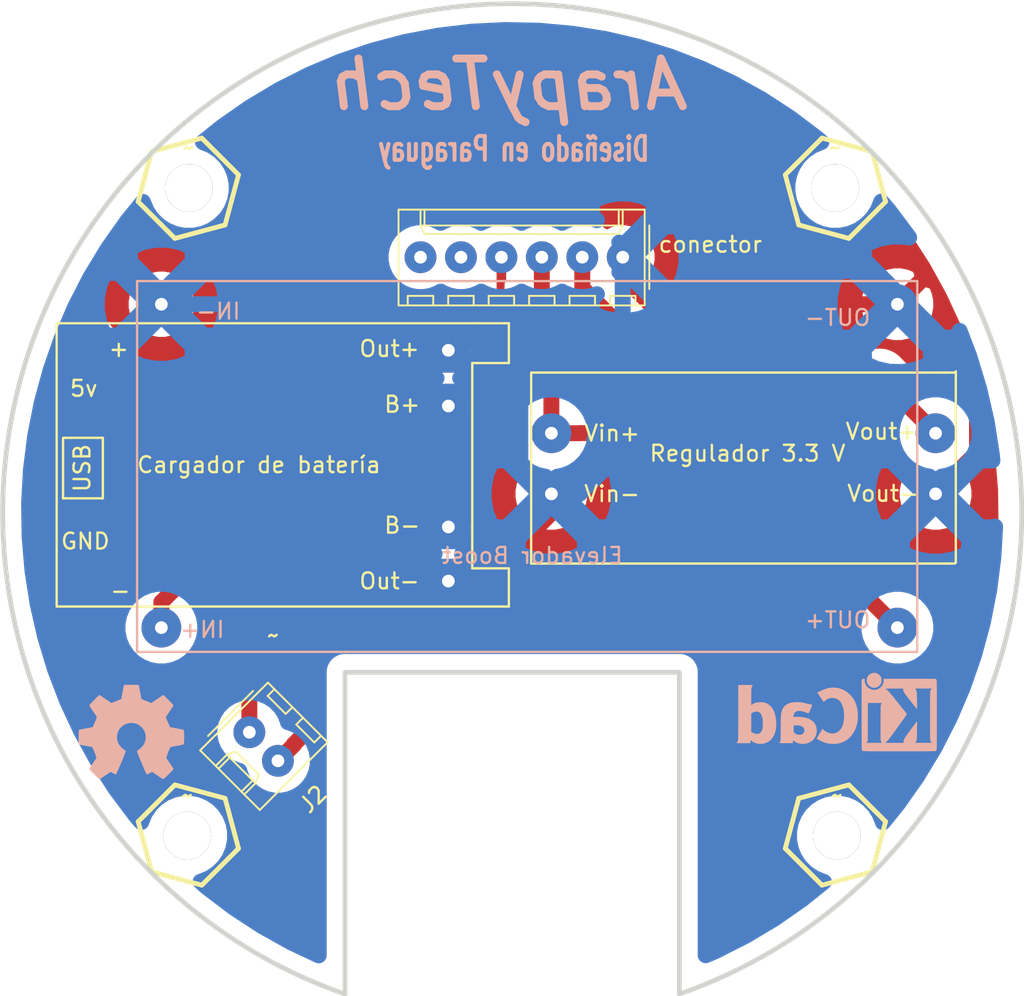
<source format=kicad_pcb>
(kicad_pcb (version 20171130) (host pcbnew "(5.1.2)-2")

  (general
    (thickness 1.6)
    (drawings 34)
    (tracks 45)
    (zones 0)
    (modules 11)
    (nets 7)
  )

  (page A4)
  (layers
    (0 F.Cu signal)
    (31 B.Cu signal)
    (32 B.Adhes user)
    (33 F.Adhes user)
    (34 B.Paste user)
    (35 F.Paste user)
    (36 B.SilkS user)
    (37 F.SilkS user)
    (38 B.Mask user)
    (39 F.Mask user)
    (40 Dwgs.User user)
    (41 Cmts.User user)
    (42 Eco1.User user)
    (43 Eco2.User user)
    (44 Edge.Cuts user)
    (45 Margin user)
    (46 B.CrtYd user)
    (47 F.CrtYd user)
    (48 B.Fab user)
    (49 F.Fab user)
  )

  (setup
    (last_trace_width 0.6)
    (user_trace_width 0.8)
    (user_trace_width 0.9)
    (user_trace_width 1)
    (user_trace_width 1.2)
    (user_trace_width 1.4)
    (trace_clearance 0.3)
    (zone_clearance 1)
    (zone_45_only no)
    (trace_min 0.5)
    (via_size 2)
    (via_drill 1)
    (via_min_size 2)
    (via_min_drill 1)
    (uvia_size 2)
    (uvia_drill 1)
    (uvias_allowed no)
    (uvia_min_size 2)
    (uvia_min_drill 1)
    (edge_width 0.1)
    (segment_width 0.2)
    (pcb_text_width 0.3)
    (pcb_text_size 1.5 1.5)
    (mod_edge_width 0.15)
    (mod_text_size 1 1)
    (mod_text_width 0.15)
    (pad_size 2 2)
    (pad_drill 0)
    (pad_to_mask_clearance 0)
    (aux_axis_origin 0 0)
    (visible_elements 7FFFFFFF)
    (pcbplotparams
      (layerselection 0x010f0_ffffffff)
      (usegerberextensions false)
      (usegerberattributes false)
      (usegerberadvancedattributes false)
      (creategerberjobfile false)
      (excludeedgelayer true)
      (linewidth 0.100000)
      (plotframeref false)
      (viasonmask false)
      (mode 1)
      (useauxorigin false)
      (hpglpennumber 1)
      (hpglpenspeed 20)
      (hpglpendiameter 15.000000)
      (psnegative false)
      (psa4output false)
      (plotreference true)
      (plotvalue true)
      (plotinvisibletext false)
      (padsonsilk false)
      (subtractmaskfromsilk true)
      (outputformat 1)
      (mirror false)
      (drillshape 0)
      (scaleselection 1)
      (outputdirectory "gerber/"))
  )

  (net 0 "")
  (net 1 Earth)
  (net 2 /3.3V)
  (net 3 /7V)
  (net 4 +BATT)
  (net 5 GND)
  (net 6 "Net-(U1-Pad3)")

  (net_class Default "Esta es la clase de red por defecto."
    (clearance 0.3)
    (trace_width 0.6)
    (via_dia 2)
    (via_drill 1)
    (uvia_dia 2)
    (uvia_drill 1)
    (diff_pair_width 0.6)
    (diff_pair_gap 0.25)
    (add_net +BATT)
    (add_net /3.3V)
    (add_net /7V)
    (add_net Earth)
    (add_net GND)
    (add_net "Net-(U1-Pad3)")
  )

  (module Symbol:KiCad-Logo_5mm_SilkScreen (layer B.Cu) (tedit 0) (tstamp 5DA1CD85)
    (at 105 82.45 180)
    (descr "KiCad Logo")
    (tags "Logo KiCad")
    (attr virtual)
    (fp_text reference REF** (at 0 5.08) (layer B.SilkS) hide
      (effects (font (size 1 1) (thickness 0.15)) (justify mirror))
    )
    (fp_text value KiCad-Logo_5mm_SilkScreen (at 0 -3.81) (layer B.Fab) hide
      (effects (font (size 1 1) (thickness 0.15)) (justify mirror))
    )
    (fp_poly (pts (xy -2.273043 2.973429) (xy -2.176768 2.949191) (xy -2.090184 2.906359) (xy -2.015373 2.846581)
      (xy -1.954418 2.771506) (xy -1.909399 2.68278) (xy -1.883136 2.58647) (xy -1.877286 2.489205)
      (xy -1.89214 2.395346) (xy -1.92584 2.307489) (xy -1.976528 2.22823) (xy -2.042345 2.160164)
      (xy -2.121434 2.105888) (xy -2.211934 2.067998) (xy -2.2632 2.055574) (xy -2.307698 2.048053)
      (xy -2.341999 2.045081) (xy -2.37496 2.046906) (xy -2.415434 2.053775) (xy -2.448531 2.06075)
      (xy -2.541947 2.092259) (xy -2.625619 2.143383) (xy -2.697665 2.212571) (xy -2.7562 2.298272)
      (xy -2.770148 2.325511) (xy -2.786586 2.361878) (xy -2.796894 2.392418) (xy -2.80246 2.42455)
      (xy -2.804669 2.465693) (xy -2.804948 2.511778) (xy -2.800861 2.596135) (xy -2.787446 2.665414)
      (xy -2.762256 2.726039) (xy -2.722846 2.784433) (xy -2.684298 2.828698) (xy -2.612406 2.894516)
      (xy -2.537313 2.939947) (xy -2.454562 2.96715) (xy -2.376928 2.977424) (xy -2.273043 2.973429)) (layer B.SilkS) (width 0.01))
    (fp_poly (pts (xy 6.186507 0.527755) (xy 6.186526 0.293338) (xy 6.186552 0.080397) (xy 6.186625 -0.112168)
      (xy 6.186782 -0.285459) (xy 6.187064 -0.440576) (xy 6.187509 -0.57862) (xy 6.188156 -0.700692)
      (xy 6.189045 -0.807894) (xy 6.190213 -0.901326) (xy 6.191701 -0.98209) (xy 6.193546 -1.051286)
      (xy 6.195789 -1.110015) (xy 6.198469 -1.159379) (xy 6.201623 -1.200478) (xy 6.205292 -1.234413)
      (xy 6.209513 -1.262286) (xy 6.214327 -1.285198) (xy 6.219773 -1.304249) (xy 6.225888 -1.32054)
      (xy 6.232712 -1.335173) (xy 6.240285 -1.349249) (xy 6.248645 -1.363868) (xy 6.253839 -1.372974)
      (xy 6.288104 -1.433689) (xy 5.429955 -1.433689) (xy 5.429955 -1.337733) (xy 5.429224 -1.29437)
      (xy 5.427272 -1.261205) (xy 5.424463 -1.243424) (xy 5.423221 -1.241778) (xy 5.411799 -1.248662)
      (xy 5.389084 -1.266505) (xy 5.366385 -1.285879) (xy 5.3118 -1.326614) (xy 5.242321 -1.367617)
      (xy 5.16527 -1.405123) (xy 5.087965 -1.435364) (xy 5.057113 -1.445012) (xy 4.988616 -1.459578)
      (xy 4.905764 -1.469539) (xy 4.816371 -1.474583) (xy 4.728248 -1.474396) (xy 4.649207 -1.468666)
      (xy 4.611511 -1.462858) (xy 4.473414 -1.424797) (xy 4.346113 -1.367073) (xy 4.230292 -1.290211)
      (xy 4.126637 -1.194739) (xy 4.035833 -1.081179) (xy 3.969031 -0.970381) (xy 3.914164 -0.853625)
      (xy 3.872163 -0.734276) (xy 3.842167 -0.608283) (xy 3.823311 -0.471594) (xy 3.814732 -0.320158)
      (xy 3.814006 -0.242711) (xy 3.8161 -0.185934) (xy 4.645217 -0.185934) (xy 4.645424 -0.279002)
      (xy 4.648337 -0.366692) (xy 4.654 -0.443772) (xy 4.662455 -0.505009) (xy 4.665038 -0.51735)
      (xy 4.69684 -0.624633) (xy 4.738498 -0.711658) (xy 4.790363 -0.778642) (xy 4.852781 -0.825805)
      (xy 4.9261 -0.853365) (xy 5.010669 -0.861541) (xy 5.106835 -0.850551) (xy 5.170311 -0.834829)
      (xy 5.219454 -0.816639) (xy 5.273583 -0.790791) (xy 5.314244 -0.767089) (xy 5.3848 -0.720721)
      (xy 5.3848 0.42947) (xy 5.317392 0.473038) (xy 5.238867 0.51396) (xy 5.154681 0.540611)
      (xy 5.069557 0.552535) (xy 4.988216 0.549278) (xy 4.91538 0.530385) (xy 4.883426 0.514816)
      (xy 4.825501 0.471819) (xy 4.776544 0.415047) (xy 4.73539 0.342425) (xy 4.700874 0.251879)
      (xy 4.671833 0.141334) (xy 4.670552 0.135467) (xy 4.660381 0.073212) (xy 4.652739 -0.004594)
      (xy 4.64767 -0.09272) (xy 4.645217 -0.185934) (xy 3.8161 -0.185934) (xy 3.821857 -0.029895)
      (xy 3.843802 0.165941) (xy 3.879786 0.344668) (xy 3.929759 0.506155) (xy 3.993668 0.650274)
      (xy 4.071462 0.776894) (xy 4.163089 0.885885) (xy 4.268497 0.977117) (xy 4.313662 1.008068)
      (xy 4.414611 1.064215) (xy 4.517901 1.103826) (xy 4.627989 1.127986) (xy 4.74933 1.137781)
      (xy 4.841836 1.136735) (xy 4.97149 1.125769) (xy 5.084084 1.103954) (xy 5.182875 1.070286)
      (xy 5.271121 1.023764) (xy 5.319986 0.989552) (xy 5.349353 0.967638) (xy 5.371043 0.952667)
      (xy 5.379253 0.948267) (xy 5.380868 0.959096) (xy 5.382159 0.989749) (xy 5.383138 1.037474)
      (xy 5.383817 1.099521) (xy 5.38421 1.173138) (xy 5.38433 1.255573) (xy 5.384188 1.344075)
      (xy 5.383797 1.435893) (xy 5.383171 1.528276) (xy 5.38232 1.618472) (xy 5.38126 1.703729)
      (xy 5.380001 1.781297) (xy 5.378556 1.848424) (xy 5.376938 1.902359) (xy 5.375161 1.94035)
      (xy 5.374669 1.947333) (xy 5.367092 2.017749) (xy 5.355531 2.072898) (xy 5.337792 2.120019)
      (xy 5.311682 2.166353) (xy 5.305415 2.175933) (xy 5.280983 2.212622) (xy 6.186311 2.212622)
      (xy 6.186507 0.527755)) (layer B.SilkS) (width 0.01))
    (fp_poly (pts (xy 2.673574 1.133448) (xy 2.825492 1.113433) (xy 2.960756 1.079798) (xy 3.080239 1.032275)
      (xy 3.184815 0.970595) (xy 3.262424 0.907035) (xy 3.331265 0.832901) (xy 3.385006 0.753129)
      (xy 3.42791 0.660909) (xy 3.443384 0.617839) (xy 3.456244 0.578858) (xy 3.467446 0.542711)
      (xy 3.47712 0.507566) (xy 3.485396 0.47159) (xy 3.492403 0.43295) (xy 3.498272 0.389815)
      (xy 3.503131 0.340351) (xy 3.50711 0.282727) (xy 3.51034 0.215109) (xy 3.512949 0.135666)
      (xy 3.515067 0.042564) (xy 3.516824 -0.066027) (xy 3.518349 -0.191942) (xy 3.519772 -0.337012)
      (xy 3.521025 -0.479778) (xy 3.522351 -0.635968) (xy 3.523556 -0.771239) (xy 3.524766 -0.887246)
      (xy 3.526106 -0.985645) (xy 3.5277 -1.068093) (xy 3.529675 -1.136246) (xy 3.532156 -1.19176)
      (xy 3.535269 -1.236292) (xy 3.539138 -1.271498) (xy 3.543889 -1.299034) (xy 3.549648 -1.320556)
      (xy 3.556539 -1.337722) (xy 3.564689 -1.352186) (xy 3.574223 -1.365606) (xy 3.585266 -1.379638)
      (xy 3.589566 -1.385071) (xy 3.605386 -1.40791) (xy 3.612422 -1.423463) (xy 3.612444 -1.423922)
      (xy 3.601567 -1.426121) (xy 3.570582 -1.428147) (xy 3.521957 -1.429942) (xy 3.458163 -1.431451)
      (xy 3.381669 -1.432616) (xy 3.294944 -1.43338) (xy 3.200457 -1.433686) (xy 3.18955 -1.433689)
      (xy 2.766657 -1.433689) (xy 2.763395 -1.337622) (xy 2.760133 -1.241556) (xy 2.698044 -1.292543)
      (xy 2.600714 -1.360057) (xy 2.490813 -1.414749) (xy 2.404349 -1.444978) (xy 2.335278 -1.459666)
      (xy 2.251925 -1.469659) (xy 2.162159 -1.474646) (xy 2.073845 -1.474313) (xy 1.994851 -1.468351)
      (xy 1.958622 -1.462638) (xy 1.818603 -1.424776) (xy 1.692178 -1.369932) (xy 1.58026 -1.298924)
      (xy 1.483762 -1.212568) (xy 1.4036 -1.111679) (xy 1.340687 -0.997076) (xy 1.296312 -0.870984)
      (xy 1.283978 -0.814401) (xy 1.276368 -0.752202) (xy 1.272739 -0.677363) (xy 1.272245 -0.643467)
      (xy 1.27231 -0.640282) (xy 2.032248 -0.640282) (xy 2.041541 -0.715333) (xy 2.069728 -0.77916)
      (xy 2.118197 -0.834798) (xy 2.123254 -0.839211) (xy 2.171548 -0.874037) (xy 2.223257 -0.89662)
      (xy 2.283989 -0.90854) (xy 2.359352 -0.911383) (xy 2.377459 -0.910978) (xy 2.431278 -0.908325)
      (xy 2.471308 -0.902909) (xy 2.506324 -0.892745) (xy 2.545103 -0.87585) (xy 2.555745 -0.870672)
      (xy 2.616396 -0.834844) (xy 2.663215 -0.792212) (xy 2.675952 -0.776973) (xy 2.720622 -0.720462)
      (xy 2.720622 -0.524586) (xy 2.720086 -0.445939) (xy 2.718396 -0.387988) (xy 2.715428 -0.348875)
      (xy 2.711057 -0.326741) (xy 2.706972 -0.320274) (xy 2.691047 -0.317111) (xy 2.657264 -0.314488)
      (xy 2.61034 -0.312655) (xy 2.554993 -0.311857) (xy 2.546106 -0.311842) (xy 2.42533 -0.317096)
      (xy 2.32266 -0.333263) (xy 2.236106 -0.360961) (xy 2.163681 -0.400808) (xy 2.108751 -0.447758)
      (xy 2.064204 -0.505645) (xy 2.03948 -0.568693) (xy 2.032248 -0.640282) (xy 1.27231 -0.640282)
      (xy 1.274178 -0.549712) (xy 1.282522 -0.470812) (xy 1.298768 -0.39959) (xy 1.324405 -0.328864)
      (xy 1.348401 -0.276493) (xy 1.40702 -0.181196) (xy 1.485117 -0.09317) (xy 1.580315 -0.014017)
      (xy 1.690238 0.05466) (xy 1.81251 0.111259) (xy 1.944755 0.154179) (xy 2.009422 0.169118)
      (xy 2.145604 0.191223) (xy 2.294049 0.205806) (xy 2.445505 0.212187) (xy 2.572064 0.210555)
      (xy 2.73395 0.203776) (xy 2.72653 0.262755) (xy 2.707238 0.361908) (xy 2.676104 0.442628)
      (xy 2.632269 0.505534) (xy 2.574871 0.551244) (xy 2.503048 0.580378) (xy 2.415941 0.593553)
      (xy 2.312686 0.591389) (xy 2.274711 0.587388) (xy 2.13352 0.56222) (xy 1.996707 0.521186)
      (xy 1.902178 0.483185) (xy 1.857018 0.46381) (xy 1.818585 0.44824) (xy 1.792234 0.438595)
      (xy 1.784546 0.436548) (xy 1.774802 0.445626) (xy 1.758083 0.474595) (xy 1.734232 0.523783)
      (xy 1.703093 0.593516) (xy 1.664507 0.684121) (xy 1.65791 0.699911) (xy 1.627853 0.772228)
      (xy 1.600874 0.837575) (xy 1.578136 0.893094) (xy 1.560806 0.935928) (xy 1.550048 0.963219)
      (xy 1.546941 0.972058) (xy 1.55694 0.976813) (xy 1.583217 0.98209) (xy 1.611489 0.985769)
      (xy 1.641646 0.990526) (xy 1.689433 0.999972) (xy 1.750612 1.01318) (xy 1.820946 1.029224)
      (xy 1.896194 1.04718) (xy 1.924755 1.054203) (xy 2.029816 1.079791) (xy 2.11748 1.099853)
      (xy 2.192068 1.115031) (xy 2.257903 1.125965) (xy 2.319307 1.133296) (xy 2.380602 1.137665)
      (xy 2.44611 1.139713) (xy 2.504128 1.140111) (xy 2.673574 1.133448)) (layer B.SilkS) (width 0.01))
    (fp_poly (pts (xy 0.328429 2.050929) (xy 0.48857 2.029755) (xy 0.65251 1.989615) (xy 0.822313 1.930111)
      (xy 1.000043 1.850846) (xy 1.01131 1.845301) (xy 1.069005 1.817275) (xy 1.120552 1.793198)
      (xy 1.162191 1.774751) (xy 1.190162 1.763614) (xy 1.199733 1.761067) (xy 1.21895 1.756059)
      (xy 1.223561 1.751853) (xy 1.218458 1.74142) (xy 1.202418 1.715132) (xy 1.177288 1.675743)
      (xy 1.144914 1.626009) (xy 1.107143 1.568685) (xy 1.065822 1.506524) (xy 1.022798 1.442282)
      (xy 0.979917 1.378715) (xy 0.939026 1.318575) (xy 0.901971 1.26462) (xy 0.8706 1.219603)
      (xy 0.846759 1.186279) (xy 0.832294 1.167403) (xy 0.830309 1.165213) (xy 0.820191 1.169862)
      (xy 0.79785 1.187038) (xy 0.76728 1.21356) (xy 0.751536 1.228036) (xy 0.655047 1.303318)
      (xy 0.548336 1.358759) (xy 0.432832 1.393859) (xy 0.309962 1.40812) (xy 0.240561 1.406949)
      (xy 0.119423 1.389788) (xy 0.010205 1.353906) (xy -0.087418 1.299041) (xy -0.173772 1.22493)
      (xy -0.249185 1.131312) (xy -0.313982 1.017924) (xy -0.351399 0.931333) (xy -0.395252 0.795634)
      (xy -0.427572 0.64815) (xy -0.448443 0.492686) (xy -0.457949 0.333044) (xy -0.456173 0.173027)
      (xy -0.443197 0.016439) (xy -0.419106 -0.132918) (xy -0.383982 -0.27124) (xy -0.337908 -0.394724)
      (xy -0.321627 -0.428978) (xy -0.25338 -0.543064) (xy -0.172921 -0.639557) (xy -0.08143 -0.71767)
      (xy 0.019911 -0.776617) (xy 0.12992 -0.815612) (xy 0.247415 -0.833868) (xy 0.288883 -0.835211)
      (xy 0.410441 -0.82429) (xy 0.530878 -0.791474) (xy 0.648666 -0.737439) (xy 0.762277 -0.662865)
      (xy 0.853685 -0.584539) (xy 0.900215 -0.540008) (xy 1.081483 -0.837271) (xy 1.12658 -0.911433)
      (xy 1.167819 -0.979646) (xy 1.203735 -1.039459) (xy 1.232866 -1.08842) (xy 1.25375 -1.124079)
      (xy 1.264924 -1.143984) (xy 1.266375 -1.147079) (xy 1.258146 -1.156718) (xy 1.232567 -1.173999)
      (xy 1.192873 -1.197283) (xy 1.142297 -1.224934) (xy 1.084074 -1.255315) (xy 1.021437 -1.28679)
      (xy 0.957621 -1.317722) (xy 0.89586 -1.346473) (xy 0.839388 -1.371408) (xy 0.791438 -1.390889)
      (xy 0.767986 -1.399318) (xy 0.634221 -1.437133) (xy 0.496327 -1.462136) (xy 0.348622 -1.47514)
      (xy 0.221833 -1.477468) (xy 0.153878 -1.476373) (xy 0.088277 -1.474275) (xy 0.030847 -1.471434)
      (xy -0.012597 -1.468106) (xy -0.026702 -1.466422) (xy -0.165716 -1.437587) (xy -0.307243 -1.392468)
      (xy -0.444725 -1.33375) (xy -0.571606 -1.26412) (xy -0.649111 -1.211441) (xy -0.776519 -1.103239)
      (xy -0.894822 -0.976671) (xy -1.001828 -0.834866) (xy -1.095348 -0.680951) (xy -1.17319 -0.518053)
      (xy -1.217044 -0.400756) (xy -1.267292 -0.217128) (xy -1.300791 -0.022581) (xy -1.317551 0.178675)
      (xy -1.317584 0.382432) (xy -1.300899 0.584479) (xy -1.267507 0.780608) (xy -1.21742 0.966609)
      (xy -1.213603 0.978197) (xy -1.150719 1.14025) (xy -1.073972 1.288168) (xy -0.980758 1.426135)
      (xy -0.868473 1.558339) (xy -0.824608 1.603601) (xy -0.688466 1.727543) (xy -0.548509 1.830085)
      (xy -0.402589 1.912344) (xy -0.248558 1.975436) (xy -0.084268 2.020477) (xy 0.011289 2.037967)
      (xy 0.170023 2.053534) (xy 0.328429 2.050929)) (layer B.SilkS) (width 0.01))
    (fp_poly (pts (xy -2.9464 2.510946) (xy -2.935535 2.397007) (xy -2.903918 2.289384) (xy -2.853015 2.190385)
      (xy -2.784293 2.102316) (xy -2.699219 2.027484) (xy -2.602232 1.969616) (xy -2.495964 1.929995)
      (xy -2.38895 1.911427) (xy -2.2833 1.912566) (xy -2.181125 1.93207) (xy -2.084534 1.968594)
      (xy -1.995638 2.020795) (xy -1.916546 2.087327) (xy -1.849369 2.166848) (xy -1.796217 2.258013)
      (xy -1.759199 2.359477) (xy -1.740427 2.469898) (xy -1.738489 2.519794) (xy -1.738489 2.607733)
      (xy -1.68656 2.607733) (xy -1.650253 2.604889) (xy -1.623355 2.593089) (xy -1.596249 2.569351)
      (xy -1.557867 2.530969) (xy -1.557867 0.339398) (xy -1.557876 0.077261) (xy -1.557908 -0.163241)
      (xy -1.557972 -0.383048) (xy -1.558076 -0.583101) (xy -1.558227 -0.764344) (xy -1.558434 -0.927716)
      (xy -1.558706 -1.07416) (xy -1.55905 -1.204617) (xy -1.559474 -1.320029) (xy -1.559987 -1.421338)
      (xy -1.560597 -1.509484) (xy -1.561312 -1.58541) (xy -1.56214 -1.650057) (xy -1.563089 -1.704367)
      (xy -1.564167 -1.74928) (xy -1.565383 -1.78574) (xy -1.566745 -1.814687) (xy -1.568261 -1.837063)
      (xy -1.569938 -1.853809) (xy -1.571786 -1.865868) (xy -1.573813 -1.87418) (xy -1.576025 -1.879687)
      (xy -1.577108 -1.881537) (xy -1.581271 -1.888549) (xy -1.584805 -1.894996) (xy -1.588635 -1.9009)
      (xy -1.593682 -1.906286) (xy -1.600871 -1.911178) (xy -1.611123 -1.915598) (xy -1.625364 -1.919572)
      (xy -1.644514 -1.923121) (xy -1.669499 -1.92627) (xy -1.70124 -1.929042) (xy -1.740662 -1.931461)
      (xy -1.788686 -1.933551) (xy -1.846237 -1.935335) (xy -1.914237 -1.936837) (xy -1.99361 -1.93808)
      (xy -2.085279 -1.939089) (xy -2.190166 -1.939885) (xy -2.309196 -1.940494) (xy -2.44329 -1.940939)
      (xy -2.593373 -1.941243) (xy -2.760367 -1.94143) (xy -2.945196 -1.941524) (xy -3.148783 -1.941548)
      (xy -3.37205 -1.941525) (xy -3.615922 -1.94148) (xy -3.881321 -1.941437) (xy -3.919704 -1.941432)
      (xy -4.186682 -1.941389) (xy -4.432002 -1.941318) (xy -4.656583 -1.941213) (xy -4.861345 -1.941066)
      (xy -5.047206 -1.940869) (xy -5.215088 -1.940616) (xy -5.365908 -1.9403) (xy -5.500587 -1.939913)
      (xy -5.620044 -1.939447) (xy -5.725199 -1.938897) (xy -5.816971 -1.938253) (xy -5.896279 -1.937511)
      (xy -5.964043 -1.936661) (xy -6.021182 -1.935697) (xy -6.068617 -1.934611) (xy -6.107266 -1.933397)
      (xy -6.138049 -1.932047) (xy -6.161885 -1.930555) (xy -6.179694 -1.928911) (xy -6.192395 -1.927111)
      (xy -6.200908 -1.925145) (xy -6.205266 -1.923477) (xy -6.213728 -1.919906) (xy -6.221497 -1.91727)
      (xy -6.228602 -1.914634) (xy -6.235073 -1.911062) (xy -6.240939 -1.905621) (xy -6.246229 -1.897375)
      (xy -6.250974 -1.88539) (xy -6.255202 -1.868731) (xy -6.258943 -1.846463) (xy -6.262227 -1.817652)
      (xy -6.265083 -1.781363) (xy -6.26754 -1.736661) (xy -6.269629 -1.682611) (xy -6.271378 -1.618279)
      (xy -6.272817 -1.54273) (xy -6.273976 -1.45503) (xy -6.274883 -1.354243) (xy -6.275569 -1.239434)
      (xy -6.276063 -1.10967) (xy -6.276395 -0.964015) (xy -6.276593 -0.801535) (xy -6.276687 -0.621295)
      (xy -6.276708 -0.42236) (xy -6.276685 -0.203796) (xy -6.276646 0.035332) (xy -6.276622 0.29596)
      (xy -6.276622 0.338111) (xy -6.276636 0.601008) (xy -6.276661 0.842268) (xy -6.276671 1.062835)
      (xy -6.276642 1.263648) (xy -6.276548 1.445651) (xy -6.276362 1.609784) (xy -6.276059 1.756989)
      (xy -6.275614 1.888208) (xy -6.275034 1.998133) (xy -5.972197 1.998133) (xy -5.932407 1.940289)
      (xy -5.921236 1.924521) (xy -5.911166 1.910559) (xy -5.902138 1.897216) (xy -5.894097 1.883307)
      (xy -5.886986 1.867644) (xy -5.880747 1.849042) (xy -5.875325 1.826314) (xy -5.870662 1.798273)
      (xy -5.866701 1.763733) (xy -5.863385 1.721508) (xy -5.860659 1.670411) (xy -5.858464 1.609256)
      (xy -5.856745 1.536856) (xy -5.855444 1.452025) (xy -5.854505 1.353578) (xy -5.85387 1.240326)
      (xy -5.853484 1.111084) (xy -5.853288 0.964666) (xy -5.853227 0.799884) (xy -5.853243 0.615553)
      (xy -5.85328 0.410487) (xy -5.853289 0.287867) (xy -5.853265 0.070918) (xy -5.853231 -0.124642)
      (xy -5.853243 -0.299999) (xy -5.853358 -0.456341) (xy -5.85363 -0.594857) (xy -5.854118 -0.716734)
      (xy -5.854876 -0.82316) (xy -5.855962 -0.915322) (xy -5.857431 -0.994409) (xy -5.85934 -1.061608)
      (xy -5.861744 -1.118107) (xy -5.864701 -1.165093) (xy -5.868266 -1.203755) (xy -5.872495 -1.23528)
      (xy -5.877446 -1.260855) (xy -5.883173 -1.28167) (xy -5.889733 -1.298911) (xy -5.897183 -1.313765)
      (xy -5.905579 -1.327422) (xy -5.914976 -1.341069) (xy -5.925432 -1.355893) (xy -5.931523 -1.364783)
      (xy -5.970296 -1.4224) (xy -5.438732 -1.4224) (xy -5.315483 -1.422365) (xy -5.212987 -1.422215)
      (xy -5.12942 -1.421878) (xy -5.062956 -1.421286) (xy -5.011771 -1.420367) (xy -4.974041 -1.419051)
      (xy -4.94794 -1.417269) (xy -4.931644 -1.414951) (xy -4.923328 -1.412026) (xy -4.921168 -1.408424)
      (xy -4.923339 -1.404075) (xy -4.924535 -1.402645) (xy -4.949685 -1.365573) (xy -4.975583 -1.312772)
      (xy -4.999192 -1.25077) (xy -5.007461 -1.224357) (xy -5.012078 -1.206416) (xy -5.015979 -1.185355)
      (xy -5.019248 -1.159089) (xy -5.021966 -1.125532) (xy -5.024215 -1.082599) (xy -5.026077 -1.028204)
      (xy -5.027636 -0.960262) (xy -5.028972 -0.876688) (xy -5.030169 -0.775395) (xy -5.031308 -0.6543)
      (xy -5.031685 -0.6096) (xy -5.032702 -0.484449) (xy -5.03346 -0.380082) (xy -5.033903 -0.294707)
      (xy -5.03397 -0.226533) (xy -5.033605 -0.173765) (xy -5.032748 -0.134614) (xy -5.031341 -0.107285)
      (xy -5.029325 -0.089986) (xy -5.026643 -0.080926) (xy -5.023236 -0.078312) (xy -5.019044 -0.080351)
      (xy -5.014571 -0.084667) (xy -5.004216 -0.097602) (xy -4.982158 -0.126676) (xy -4.949957 -0.169759)
      (xy -4.909174 -0.224718) (xy -4.86137 -0.289423) (xy -4.808105 -0.361742) (xy -4.75094 -0.439544)
      (xy -4.691437 -0.520698) (xy -4.631155 -0.603072) (xy -4.571655 -0.684536) (xy -4.514498 -0.762957)
      (xy -4.461245 -0.836204) (xy -4.413457 -0.902147) (xy -4.372693 -0.958654) (xy -4.340516 -1.003593)
      (xy -4.318485 -1.034834) (xy -4.313917 -1.041466) (xy -4.290996 -1.078369) (xy -4.264188 -1.126359)
      (xy -4.238789 -1.175897) (xy -4.235568 -1.182577) (xy -4.21389 -1.230772) (xy -4.201304 -1.268334)
      (xy -4.195574 -1.30416) (xy -4.194456 -1.3462) (xy -4.19509 -1.4224) (xy -3.040651 -1.4224)
      (xy -3.131815 -1.328669) (xy -3.178612 -1.278775) (xy -3.228899 -1.222295) (xy -3.274944 -1.168026)
      (xy -3.295369 -1.142673) (xy -3.325807 -1.103128) (xy -3.365862 -1.049916) (xy -3.414361 -0.984667)
      (xy -3.470135 -0.909011) (xy -3.532011 -0.824577) (xy -3.598819 -0.732994) (xy -3.669387 -0.635892)
      (xy -3.742545 -0.534901) (xy -3.817121 -0.43165) (xy -3.891944 -0.327768) (xy -3.965843 -0.224885)
      (xy -4.037646 -0.124631) (xy -4.106184 -0.028636) (xy -4.170284 0.061473) (xy -4.228775 0.144064)
      (xy -4.280486 0.217508) (xy -4.324247 0.280176) (xy -4.358885 0.330439) (xy -4.38323 0.366666)
      (xy -4.396111 0.387229) (xy -4.397869 0.391332) (xy -4.38991 0.402658) (xy -4.369115 0.429838)
      (xy -4.336847 0.471171) (xy -4.29447 0.524956) (xy -4.243347 0.589494) (xy -4.184841 0.663082)
      (xy -4.120314 0.744022) (xy -4.051131 0.830612) (xy -3.978653 0.921152) (xy -3.904246 1.01394)
      (xy -3.844517 1.088298) (xy -2.833511 1.088298) (xy -2.827602 1.075341) (xy -2.813272 1.053092)
      (xy -2.812225 1.051609) (xy -2.793438 1.021456) (xy -2.773791 0.984625) (xy -2.769892 0.976489)
      (xy -2.766356 0.96806) (xy -2.76323 0.957941) (xy -2.760486 0.94474) (xy -2.758092 0.927062)
      (xy -2.756019 0.903516) (xy -2.754235 0.872707) (xy -2.752712 0.833243) (xy -2.751419 0.783731)
      (xy -2.750326 0.722777) (xy -2.749403 0.648989) (xy -2.748619 0.560972) (xy -2.747945 0.457335)
      (xy -2.74735 0.336684) (xy -2.746805 0.197626) (xy -2.746279 0.038768) (xy -2.745745 -0.140089)
      (xy -2.745206 -0.325207) (xy -2.744772 -0.489145) (xy -2.744509 -0.633303) (xy -2.744484 -0.759079)
      (xy -2.744765 -0.867871) (xy -2.745419 -0.961077) (xy -2.746514 -1.040097) (xy -2.748118 -1.106328)
      (xy -2.750297 -1.16117) (xy -2.753119 -1.206021) (xy -2.756651 -1.242278) (xy -2.760961 -1.271341)
      (xy -2.766117 -1.294609) (xy -2.772185 -1.313479) (xy -2.779233 -1.329351) (xy -2.787329 -1.343622)
      (xy -2.79654 -1.357691) (xy -2.80504 -1.370158) (xy -2.822176 -1.396452) (xy -2.832322 -1.414037)
      (xy -2.833511 -1.417257) (xy -2.822604 -1.418334) (xy -2.791411 -1.419335) (xy -2.742223 -1.420235)
      (xy -2.677333 -1.42101) (xy -2.59903 -1.421637) (xy -2.509607 -1.422091) (xy -2.411356 -1.422349)
      (xy -2.342445 -1.4224) (xy -2.237452 -1.42218) (xy -2.14061 -1.421548) (xy -2.054107 -1.420549)
      (xy -1.980132 -1.419227) (xy -1.920874 -1.417626) (xy -1.87852 -1.415791) (xy -1.85526 -1.413765)
      (xy -1.851378 -1.412493) (xy -1.859076 -1.397591) (xy -1.867074 -1.38956) (xy -1.880246 -1.372434)
      (xy -1.897485 -1.342183) (xy -1.909407 -1.317622) (xy -1.936045 -1.258711) (xy -1.93912 -0.081845)
      (xy -1.942195 1.095022) (xy -2.387853 1.095022) (xy -2.48567 1.094858) (xy -2.576064 1.094389)
      (xy -2.65663 1.093653) (xy -2.724962 1.092684) (xy -2.778656 1.09152) (xy -2.815305 1.090197)
      (xy -2.832504 1.088751) (xy -2.833511 1.088298) (xy -3.844517 1.088298) (xy -3.82927 1.107278)
      (xy -3.75509 1.199463) (xy -3.683069 1.288796) (xy -3.614569 1.373576) (xy -3.550955 1.452102)
      (xy -3.493588 1.522674) (xy -3.443833 1.583591) (xy -3.403052 1.633153) (xy -3.385888 1.653822)
      (xy -3.299596 1.754484) (xy -3.222997 1.837741) (xy -3.154183 1.905562) (xy -3.091248 1.959911)
      (xy -3.081867 1.967278) (xy -3.042356 1.997883) (xy -4.174116 1.998133) (xy -4.168827 1.950156)
      (xy -4.17213 1.892812) (xy -4.193661 1.824537) (xy -4.233635 1.744788) (xy -4.278943 1.672505)
      (xy -4.295161 1.64986) (xy -4.323214 1.612304) (xy -4.36143 1.561979) (xy -4.408137 1.501027)
      (xy -4.461661 1.431589) (xy -4.520331 1.355806) (xy -4.582475 1.27582) (xy -4.646421 1.193772)
      (xy -4.710495 1.111804) (xy -4.773027 1.032057) (xy -4.832343 0.956673) (xy -4.886771 0.887793)
      (xy -4.934639 0.827558) (xy -4.974275 0.778111) (xy -5.004006 0.741592) (xy -5.022161 0.720142)
      (xy -5.02522 0.716844) (xy -5.028079 0.724851) (xy -5.030293 0.755145) (xy -5.031857 0.807444)
      (xy -5.032767 0.881469) (xy -5.03302 0.976937) (xy -5.032613 1.093566) (xy -5.031704 1.213555)
      (xy -5.030382 1.345667) (xy -5.028857 1.457406) (xy -5.026881 1.550975) (xy -5.024206 1.628581)
      (xy -5.020582 1.692426) (xy -5.015761 1.744717) (xy -5.009494 1.787656) (xy -5.001532 1.823449)
      (xy -4.991627 1.8543) (xy -4.979531 1.882414) (xy -4.964993 1.909995) (xy -4.950311 1.935034)
      (xy -4.912314 1.998133) (xy -5.972197 1.998133) (xy -6.275034 1.998133) (xy -6.275001 2.004383)
      (xy -6.274195 2.106456) (xy -6.27317 2.195367) (xy -6.2719 2.272059) (xy -6.27036 2.337473)
      (xy -6.268524 2.392551) (xy -6.266367 2.438235) (xy -6.263863 2.475466) (xy -6.260987 2.505187)
      (xy -6.257713 2.528338) (xy -6.254015 2.545861) (xy -6.249869 2.558699) (xy -6.245247 2.567792)
      (xy -6.240126 2.574082) (xy -6.234478 2.578512) (xy -6.228279 2.582022) (xy -6.221504 2.585555)
      (xy -6.215508 2.589124) (xy -6.210275 2.5917) (xy -6.202099 2.594028) (xy -6.189886 2.596122)
      (xy -6.172541 2.597993) (xy -6.148969 2.599653) (xy -6.118077 2.601116) (xy -6.078768 2.602392)
      (xy -6.02995 2.603496) (xy -5.970527 2.604439) (xy -5.899404 2.605233) (xy -5.815488 2.605891)
      (xy -5.717683 2.606425) (xy -5.604894 2.606847) (xy -5.476029 2.607171) (xy -5.329991 2.607408)
      (xy -5.165686 2.60757) (xy -4.98202 2.60767) (xy -4.777897 2.60772) (xy -4.566753 2.607733)
      (xy -2.9464 2.607733) (xy -2.9464 2.510946)) (layer B.SilkS) (width 0.01))
  )

  (module Symbol:OSHW-Symbol_6.7x6mm_SilkScreen (layer B.Cu) (tedit 0) (tstamp 5DA1AD30)
    (at 60.7 83.2 180)
    (descr "Open Source Hardware Symbol")
    (tags "Logo Symbol OSHW")
    (attr virtual)
    (fp_text reference REF** (at 0 0) (layer B.SilkS) hide
      (effects (font (size 1 1) (thickness 0.15)) (justify mirror))
    )
    (fp_text value OSHW-Symbol_6.7x6mm_SilkScreen (at 0.75 0) (layer B.Fab) hide
      (effects (font (size 1 1) (thickness 0.15)) (justify mirror))
    )
    (fp_poly (pts (xy 0.555814 2.531069) (xy 0.639635 2.086445) (xy 0.94892 1.958947) (xy 1.258206 1.831449)
      (xy 1.629246 2.083754) (xy 1.733157 2.154004) (xy 1.827087 2.216728) (xy 1.906652 2.269062)
      (xy 1.96747 2.308143) (xy 2.005157 2.331107) (xy 2.015421 2.336058) (xy 2.03391 2.323324)
      (xy 2.07342 2.288118) (xy 2.129522 2.234938) (xy 2.197787 2.168282) (xy 2.273786 2.092646)
      (xy 2.353092 2.012528) (xy 2.431275 1.932426) (xy 2.503907 1.856836) (xy 2.566559 1.790255)
      (xy 2.614803 1.737182) (xy 2.64421 1.702113) (xy 2.651241 1.690377) (xy 2.641123 1.66874)
      (xy 2.612759 1.621338) (xy 2.569129 1.552807) (xy 2.513218 1.467785) (xy 2.448006 1.370907)
      (xy 2.410219 1.31565) (xy 2.341343 1.214752) (xy 2.28014 1.123701) (xy 2.229578 1.04703)
      (xy 2.192628 0.989272) (xy 2.172258 0.954957) (xy 2.169197 0.947746) (xy 2.176136 0.927252)
      (xy 2.195051 0.879487) (xy 2.223087 0.811168) (xy 2.257391 0.729011) (xy 2.295109 0.63973)
      (xy 2.333387 0.550042) (xy 2.36937 0.466662) (xy 2.400206 0.396306) (xy 2.423039 0.34569)
      (xy 2.435017 0.321529) (xy 2.435724 0.320578) (xy 2.454531 0.315964) (xy 2.504618 0.305672)
      (xy 2.580793 0.290713) (xy 2.677865 0.272099) (xy 2.790643 0.250841) (xy 2.856442 0.238582)
      (xy 2.97695 0.215638) (xy 3.085797 0.193805) (xy 3.177476 0.174278) (xy 3.246481 0.158252)
      (xy 3.287304 0.146921) (xy 3.295511 0.143326) (xy 3.303548 0.118994) (xy 3.310033 0.064041)
      (xy 3.31497 -0.015108) (xy 3.318364 -0.112026) (xy 3.320218 -0.220287) (xy 3.320538 -0.333465)
      (xy 3.319327 -0.445135) (xy 3.31659 -0.548868) (xy 3.312331 -0.638241) (xy 3.306555 -0.706826)
      (xy 3.299267 -0.748197) (xy 3.294895 -0.75681) (xy 3.268764 -0.767133) (xy 3.213393 -0.781892)
      (xy 3.136107 -0.799352) (xy 3.04423 -0.81778) (xy 3.012158 -0.823741) (xy 2.857524 -0.852066)
      (xy 2.735375 -0.874876) (xy 2.641673 -0.89308) (xy 2.572384 -0.907583) (xy 2.523471 -0.919292)
      (xy 2.490897 -0.929115) (xy 2.470628 -0.937956) (xy 2.458626 -0.946724) (xy 2.456947 -0.948457)
      (xy 2.440184 -0.976371) (xy 2.414614 -1.030695) (xy 2.382788 -1.104777) (xy 2.34726 -1.191965)
      (xy 2.310583 -1.285608) (xy 2.275311 -1.379052) (xy 2.243996 -1.465647) (xy 2.219193 -1.53874)
      (xy 2.203454 -1.591678) (xy 2.199332 -1.617811) (xy 2.199676 -1.618726) (xy 2.213641 -1.640086)
      (xy 2.245322 -1.687084) (xy 2.291391 -1.754827) (xy 2.348518 -1.838423) (xy 2.413373 -1.932982)
      (xy 2.431843 -1.959854) (xy 2.497699 -2.057275) (xy 2.55565 -2.146163) (xy 2.602538 -2.221412)
      (xy 2.635207 -2.27792) (xy 2.6505 -2.310581) (xy 2.651241 -2.314593) (xy 2.638392 -2.335684)
      (xy 2.602888 -2.377464) (xy 2.549293 -2.435445) (xy 2.482171 -2.505135) (xy 2.406087 -2.582045)
      (xy 2.325604 -2.661683) (xy 2.245287 -2.739561) (xy 2.169699 -2.811186) (xy 2.103405 -2.87207)
      (xy 2.050969 -2.917721) (xy 2.016955 -2.94365) (xy 2.007545 -2.947883) (xy 1.985643 -2.937912)
      (xy 1.9408 -2.91102) (xy 1.880321 -2.871736) (xy 1.833789 -2.840117) (xy 1.749475 -2.782098)
      (xy 1.649626 -2.713784) (xy 1.549473 -2.645579) (xy 1.495627 -2.609075) (xy 1.313371 -2.4858)
      (xy 1.160381 -2.56852) (xy 1.090682 -2.604759) (xy 1.031414 -2.632926) (xy 0.991311 -2.648991)
      (xy 0.981103 -2.651226) (xy 0.968829 -2.634722) (xy 0.944613 -2.588082) (xy 0.910263 -2.515609)
      (xy 0.867588 -2.421606) (xy 0.818394 -2.310374) (xy 0.76449 -2.186215) (xy 0.707684 -2.053432)
      (xy 0.649782 -1.916327) (xy 0.592593 -1.779202) (xy 0.537924 -1.646358) (xy 0.487584 -1.522098)
      (xy 0.44338 -1.410725) (xy 0.407119 -1.316539) (xy 0.380609 -1.243844) (xy 0.365658 -1.196941)
      (xy 0.363254 -1.180833) (xy 0.382311 -1.160286) (xy 0.424036 -1.126933) (xy 0.479706 -1.087702)
      (xy 0.484378 -1.084599) (xy 0.628264 -0.969423) (xy 0.744283 -0.835053) (xy 0.83143 -0.685784)
      (xy 0.888699 -0.525913) (xy 0.915086 -0.359737) (xy 0.909585 -0.191552) (xy 0.87119 -0.025655)
      (xy 0.798895 0.133658) (xy 0.777626 0.168513) (xy 0.666996 0.309263) (xy 0.536302 0.422286)
      (xy 0.390064 0.506997) (xy 0.232808 0.562806) (xy 0.069057 0.589126) (xy -0.096667 0.58537)
      (xy -0.259838 0.55095) (xy -0.415935 0.485277) (xy -0.560433 0.387765) (xy -0.605131 0.348187)
      (xy -0.718888 0.224297) (xy -0.801782 0.093876) (xy -0.858644 -0.052315) (xy -0.890313 -0.197088)
      (xy -0.898131 -0.35986) (xy -0.872062 -0.52344) (xy -0.814755 -0.682298) (xy -0.728856 -0.830906)
      (xy -0.617014 -0.963735) (xy -0.481877 -1.075256) (xy -0.464117 -1.087011) (xy -0.40785 -1.125508)
      (xy -0.365077 -1.158863) (xy -0.344628 -1.18016) (xy -0.344331 -1.180833) (xy -0.348721 -1.203871)
      (xy -0.366124 -1.256157) (xy -0.394732 -1.33339) (xy -0.432735 -1.431268) (xy -0.478326 -1.545491)
      (xy -0.529697 -1.671758) (xy -0.585038 -1.805767) (xy -0.642542 -1.943218) (xy -0.700399 -2.079808)
      (xy -0.756802 -2.211237) (xy -0.809942 -2.333205) (xy -0.85801 -2.441409) (xy -0.899199 -2.531549)
      (xy -0.931699 -2.599323) (xy -0.953703 -2.64043) (xy -0.962564 -2.651226) (xy -0.98964 -2.642819)
      (xy -1.040303 -2.620272) (xy -1.105817 -2.587613) (xy -1.141841 -2.56852) (xy -1.294832 -2.4858)
      (xy -1.477088 -2.609075) (xy -1.570125 -2.672228) (xy -1.671985 -2.741727) (xy -1.767438 -2.807165)
      (xy -1.81525 -2.840117) (xy -1.882495 -2.885273) (xy -1.939436 -2.921057) (xy -1.978646 -2.942938)
      (xy -1.991381 -2.947563) (xy -2.009917 -2.935085) (xy -2.050941 -2.900252) (xy -2.110475 -2.846678)
      (xy -2.184542 -2.777983) (xy -2.269165 -2.697781) (xy -2.322685 -2.646286) (xy -2.416319 -2.554286)
      (xy -2.497241 -2.471999) (xy -2.562177 -2.402945) (xy -2.607858 -2.350644) (xy -2.631011 -2.318616)
      (xy -2.633232 -2.312116) (xy -2.622924 -2.287394) (xy -2.594439 -2.237405) (xy -2.550937 -2.167212)
      (xy -2.495577 -2.081875) (xy -2.43152 -1.986456) (xy -2.413303 -1.959854) (xy -2.346927 -1.863167)
      (xy -2.287378 -1.776117) (xy -2.237984 -1.703595) (xy -2.202075 -1.650493) (xy -2.182981 -1.621703)
      (xy -2.181136 -1.618726) (xy -2.183895 -1.595782) (xy -2.198538 -1.545336) (xy -2.222513 -1.474041)
      (xy -2.253266 -1.388547) (xy -2.288244 -1.295507) (xy -2.324893 -1.201574) (xy -2.360661 -1.113399)
      (xy -2.392994 -1.037634) (xy -2.419338 -0.980931) (xy -2.437142 -0.949943) (xy -2.438407 -0.948457)
      (xy -2.449294 -0.939601) (xy -2.467682 -0.930843) (xy -2.497606 -0.921277) (xy -2.543103 -0.909996)
      (xy -2.608209 -0.896093) (xy -2.696961 -0.878663) (xy -2.813393 -0.856798) (xy -2.961542 -0.829591)
      (xy -2.993618 -0.823741) (xy -3.088686 -0.805374) (xy -3.171565 -0.787405) (xy -3.23493 -0.771569)
      (xy -3.271458 -0.7596) (xy -3.276356 -0.75681) (xy -3.284427 -0.732072) (xy -3.290987 -0.67679)
      (xy -3.296033 -0.597389) (xy -3.299559 -0.500296) (xy -3.301561 -0.391938) (xy -3.302036 -0.27874)
      (xy -3.300977 -0.167128) (xy -3.298382 -0.063529) (xy -3.294246 0.025632) (xy -3.288563 0.093928)
      (xy -3.281331 0.134934) (xy -3.276971 0.143326) (xy -3.252698 0.151792) (xy -3.197426 0.165565)
      (xy -3.116662 0.18345) (xy -3.015912 0.204252) (xy -2.900683 0.226777) (xy -2.837902 0.238582)
      (xy -2.718787 0.260849) (xy -2.612565 0.281021) (xy -2.524427 0.298085) (xy -2.459566 0.311031)
      (xy -2.423174 0.318845) (xy -2.417184 0.320578) (xy -2.407061 0.34011) (xy -2.385662 0.387157)
      (xy -2.355839 0.454997) (xy -2.320445 0.536909) (xy -2.282332 0.626172) (xy -2.244353 0.716065)
      (xy -2.20936 0.799865) (xy -2.180206 0.870853) (xy -2.159743 0.922306) (xy -2.150823 0.947503)
      (xy -2.150657 0.948604) (xy -2.160769 0.968481) (xy -2.189117 1.014223) (xy -2.232723 1.081283)
      (xy -2.288606 1.165116) (xy -2.353787 1.261174) (xy -2.391679 1.31635) (xy -2.460725 1.417519)
      (xy -2.52205 1.50937) (xy -2.572663 1.587256) (xy -2.609571 1.646531) (xy -2.629782 1.682549)
      (xy -2.632701 1.690623) (xy -2.620153 1.709416) (xy -2.585463 1.749543) (xy -2.533063 1.806507)
      (xy -2.467384 1.875815) (xy -2.392856 1.952969) (xy -2.313913 2.033475) (xy -2.234983 2.112837)
      (xy -2.1605 2.18656) (xy -2.094894 2.250148) (xy -2.042596 2.299106) (xy -2.008039 2.328939)
      (xy -1.996478 2.336058) (xy -1.977654 2.326047) (xy -1.932631 2.297922) (xy -1.865787 2.254546)
      (xy -1.781499 2.198782) (xy -1.684144 2.133494) (xy -1.610707 2.083754) (xy -1.239667 1.831449)
      (xy -0.621095 2.086445) (xy -0.537275 2.531069) (xy -0.453454 2.975693) (xy 0.471994 2.975693)
      (xy 0.555814 2.531069)) (layer B.SilkS) (width 0.01))
  )

  (module huellas_cansat:batt_charg_TP4056_18650 (layer F.Cu) (tedit 5DA10194) (tstamp 5D76F6AF)
    (at 56 57.5)
    (path /5D4A3AB2)
    (fp_text reference ~ (at 13.6 19.6) (layer F.SilkS)
      (effects (font (size 1 1) (thickness 0.15)))
    )
    (fp_text value Cargador_bateria (at 13 -1.6) (layer F.Fab)
      (effects (font (size 1 1) (thickness 0.15)))
    )
    (fp_text user "Cargador de batería" (at 12.7 8.9) (layer F.SilkS)
      (effects (font (size 1 1) (thickness 0.15)))
    )
    (fp_text user GND (at 1.8 13.7) (layer F.SilkS)
      (effects (font (size 1 1) (thickness 0.15)))
    )
    (fp_text user 5v (at 1.7 4.1) (layer F.SilkS)
      (effects (font (size 1 1) (thickness 0.15)))
    )
    (fp_line (start 26.1 2.5) (end 26.1 15.4) (layer F.SilkS) (width 0.15))
    (fp_line (start 26.1 15.4) (end 26.4 15.4) (layer F.SilkS) (width 0.15))
    (fp_line (start 26.3 15.4) (end 28.4 15.4) (layer F.SilkS) (width 0.15))
    (fp_line (start 28.4 15.4) (end 28.4 15.7) (layer F.SilkS) (width 0.15))
    (fp_line (start 26.3 0) (end 28.4 0) (layer F.SilkS) (width 0.15))
    (fp_line (start 28.4 0) (end 28.4 2.5) (layer F.SilkS) (width 0.15))
    (fp_line (start 28.4 2.5) (end 26.1 2.5) (layer F.SilkS) (width 0.15))
    (fp_line (start 28.4 15.7) (end 28.4 17.8) (layer F.SilkS) (width 0.15))
    (fp_line (start 28.4 17.8) (end 0 17.8) (layer F.SilkS) (width 0.15))
    (fp_line (start 0 17.8) (end 0 0) (layer F.SilkS) (width 0.15))
    (fp_text user B+ (at 21.7 5.1) (layer F.SilkS)
      (effects (font (size 1 1) (thickness 0.15)))
    )
    (fp_text user B- (at 21.7 12.7) (layer F.SilkS)
      (effects (font (size 1 1) (thickness 0.15)))
    )
    (fp_text user Out+ (at 20.9 1.6) (layer F.SilkS)
      (effects (font (size 1 1) (thickness 0.15)))
    )
    (fp_text user Out- (at 20.9 16.2) (layer F.SilkS)
      (effects (font (size 1 1) (thickness 0.15)))
    )
    (fp_text user USB (at 1.6 9.1 90) (layer F.SilkS)
      (effects (font (size 1 1) (thickness 0.15)))
    )
    (fp_line (start 0.4 7.2) (end 2.9 7.2) (layer F.SilkS) (width 0.15))
    (fp_line (start 2.9 7.2) (end 2.9 11) (layer F.SilkS) (width 0.15))
    (fp_line (start 2.9 11) (end 0.4 11) (layer F.SilkS) (width 0.15))
    (fp_line (start 0.4 11) (end 0.4 7.3) (layer F.SilkS) (width 0.15))
    (fp_text user - (at 4 16.8) (layer F.SilkS)
      (effects (font (size 1 1) (thickness 0.15)))
    )
    (fp_text user + (at 3.9 1.6) (layer F.SilkS)
      (effects (font (size 1 1) (thickness 0.15)))
    )
    (fp_line (start 0 0) (end 26.3 0) (layer F.SilkS) (width 0.15))
    (pad 2 thru_hole rect (at 24.6 12.8) (size 2.8 2.8) (drill 0.8) (layers F.Cu F.Mask)
      (net 5 GND))
    (pad 1 thru_hole rect (at 24.6 5.2) (size 2.8 2.8) (drill 0.8) (layers F.Cu F.Mask)
      (net 4 +BATT))
    (pad 4 thru_hole rect (at 24.6 16.2) (size 2.8 2.8) (drill 0.8) (layers F.Cu F.Mask)
      (net 1 Earth))
    (pad 3 thru_hole rect (at 24.6 1.7) (size 2.8 2.8) (drill 0.8) (layers F.Cu F.Mask)
      (net 6 "Net-(U1-Pad3)"))
    (pad "" smd circle (at 1.7 15.9) (size 2 2) (layers F.Cu F.Mask))
    (pad "" smd circle (at 1.7 1.7) (size 2 2) (layers F.Cu F.Mask))
  )

  (module Connector_Wire:SolderWirePad_1x01_Drill0.8mm (layer F.Cu) (tedit 5D7692F1) (tstamp 5D770327)
    (at 64.3 49)
    (descr "Wire solder connection")
    (tags connector)
    (attr virtual)
    (fp_text reference ~ (at 0 -2.54) (layer F.SilkS)
      (effects (font (size 1 1) (thickness 0.15)))
    )
    (fp_text value ~ (at 0 2.54) (layer F.Fab)
      (effects (font (size 1 1) (thickness 0.15)))
    )
    (fp_text user ~ (at 0 0) (layer F.Fab)
      (effects (font (size 1 1) (thickness 0.15)))
    )
    (fp_line (start -1.5 -1.5) (end 1.5 -1.5) (layer F.CrtYd) (width 0.05))
    (fp_line (start -1.5 -1.5) (end -1.5 1.5) (layer F.CrtYd) (width 0.05))
    (fp_line (start 1.5 1.5) (end 1.5 -1.5) (layer F.CrtYd) (width 0.05))
    (fp_line (start 1.5 1.5) (end -1.5 1.5) (layer F.CrtYd) (width 0.05))
    (pad ~ thru_hole circle (at 0 0) (size 3 3) (drill 3) (layers *.Cu *.Mask))
  )

  (module Connector_Wire:SolderWirePad_1x01_Drill0.8mm (layer F.Cu) (tedit 5D7692F1) (tstamp 5D770315)
    (at 104.9 49)
    (descr "Wire solder connection")
    (tags connector)
    (attr virtual)
    (fp_text reference ~ (at 0 -2.54) (layer F.SilkS)
      (effects (font (size 1 1) (thickness 0.15)))
    )
    (fp_text value ~ (at 0 2.54) (layer F.Fab)
      (effects (font (size 1 1) (thickness 0.15)))
    )
    (fp_line (start 1.5 1.5) (end -1.5 1.5) (layer F.CrtYd) (width 0.05))
    (fp_line (start 1.5 1.5) (end 1.5 -1.5) (layer F.CrtYd) (width 0.05))
    (fp_line (start -1.5 -1.5) (end -1.5 1.5) (layer F.CrtYd) (width 0.05))
    (fp_line (start -1.5 -1.5) (end 1.5 -1.5) (layer F.CrtYd) (width 0.05))
    (fp_text user ~ (at 0 0) (layer F.Fab)
      (effects (font (size 1 1) (thickness 0.15)))
    )
    (pad ~ thru_hole circle (at 0 0) (size 3 3) (drill 3) (layers *.Cu *.Mask))
  )

  (module Connector_Wire:SolderWirePad_1x01_Drill0.8mm (layer F.Cu) (tedit 5D7692F1) (tstamp 5D770303)
    (at 64.2 89.7)
    (descr "Wire solder connection")
    (tags connector)
    (attr virtual)
    (fp_text reference ~ (at 0 -2.54) (layer F.SilkS)
      (effects (font (size 1 1) (thickness 0.15)))
    )
    (fp_text value ~ (at 0 2.54) (layer F.Fab)
      (effects (font (size 1 1) (thickness 0.15)))
    )
    (fp_text user ~ (at 0 0) (layer F.Fab)
      (effects (font (size 1 1) (thickness 0.15)))
    )
    (fp_line (start -1.5 -1.5) (end 1.5 -1.5) (layer F.CrtYd) (width 0.05))
    (fp_line (start -1.5 -1.5) (end -1.5 1.5) (layer F.CrtYd) (width 0.05))
    (fp_line (start 1.5 1.5) (end 1.5 -1.5) (layer F.CrtYd) (width 0.05))
    (fp_line (start 1.5 1.5) (end -1.5 1.5) (layer F.CrtYd) (width 0.05))
    (pad ~ thru_hole circle (at 0 0) (size 3 3) (drill 3) (layers *.Cu *.Mask))
  )

  (module Connector_Wire:SolderWirePad_1x01_Drill0.8mm (layer F.Cu) (tedit 5D7692F1) (tstamp 5D77025A)
    (at 105 89.7)
    (descr "Wire solder connection")
    (tags connector)
    (attr virtual)
    (fp_text reference ~ (at 0 -2.54) (layer F.SilkS)
      (effects (font (size 1 1) (thickness 0.15)))
    )
    (fp_text value ~ (at 0 2.54) (layer F.Fab)
      (effects (font (size 1 1) (thickness 0.15)))
    )
    (fp_line (start 1.5 1.5) (end -1.5 1.5) (layer F.CrtYd) (width 0.05))
    (fp_line (start 1.5 1.5) (end 1.5 -1.5) (layer F.CrtYd) (width 0.05))
    (fp_line (start -1.5 -1.5) (end -1.5 1.5) (layer F.CrtYd) (width 0.05))
    (fp_line (start -1.5 -1.5) (end 1.5 -1.5) (layer F.CrtYd) (width 0.05))
    (fp_text user ~ (at 0 0) (layer F.Fab)
      (effects (font (size 1 1) (thickness 0.15)))
    )
    (pad ~ thru_hole circle (at 0 0) (size 3 3) (drill 3) (layers *.Cu *.Mask))
  )

  (module Connector_Molex:Molex_KK-254_AE-6410-06A_1x06_P2.54mm_Vertical (layer F.Cu) (tedit 5D90C3E8) (tstamp 5DA0F5C1)
    (at 91.55 53.35 180)
    (descr "Molex KK-254 Interconnect System, old/engineering part number: AE-6410-06A example for new part number: 22-27-2061, 6 Pins (http://www.molex.com/pdm_docs/sd/022272021_sd.pdf), generated with kicad-footprint-generator")
    (tags "connector Molex KK-254 side entry")
    (path /5D4B0C47)
    (fp_text reference conector (at -5.5 0.8) (layer F.SilkS)
      (effects (font (size 1 1) (thickness 0.15)))
    )
    (fp_text value Conn_01x06_Male (at 6.35 4.08) (layer F.Fab)
      (effects (font (size 1 1) (thickness 0.15)))
    )
    (fp_line (start -1.27 -2.92) (end -1.27 2.88) (layer F.Fab) (width 0.1))
    (fp_line (start -1.27 2.88) (end 13.97 2.88) (layer F.Fab) (width 0.1))
    (fp_line (start 13.97 2.88) (end 13.97 -2.92) (layer F.Fab) (width 0.1))
    (fp_line (start 13.97 -2.92) (end -1.27 -2.92) (layer F.Fab) (width 0.1))
    (fp_line (start -1.38 -3.03) (end -1.38 2.99) (layer F.SilkS) (width 0.12))
    (fp_line (start -1.38 2.99) (end 14.08 2.99) (layer F.SilkS) (width 0.12))
    (fp_line (start 14.08 2.99) (end 14.08 -3.03) (layer F.SilkS) (width 0.12))
    (fp_line (start 14.08 -3.03) (end -1.38 -3.03) (layer F.SilkS) (width 0.12))
    (fp_line (start -1.67 -2) (end -1.67 2) (layer F.SilkS) (width 0.12))
    (fp_line (start -1.27 -0.5) (end -0.562893 0) (layer F.Fab) (width 0.1))
    (fp_line (start -0.562893 0) (end -1.27 0.5) (layer F.Fab) (width 0.1))
    (fp_line (start 0 2.99) (end 0 1.99) (layer F.SilkS) (width 0.12))
    (fp_line (start 0 1.99) (end 12.7 1.99) (layer F.SilkS) (width 0.12))
    (fp_line (start 12.7 1.99) (end 12.7 2.99) (layer F.SilkS) (width 0.12))
    (fp_line (start 0 1.99) (end 0.25 1.46) (layer F.SilkS) (width 0.12))
    (fp_line (start 0.25 1.46) (end 12.45 1.46) (layer F.SilkS) (width 0.12))
    (fp_line (start 12.45 1.46) (end 12.7 1.99) (layer F.SilkS) (width 0.12))
    (fp_line (start 0.25 2.99) (end 0.25 1.99) (layer F.SilkS) (width 0.12))
    (fp_line (start 12.45 2.99) (end 12.45 1.99) (layer F.SilkS) (width 0.12))
    (fp_line (start -0.8 -3.03) (end -0.8 -2.43) (layer F.SilkS) (width 0.12))
    (fp_line (start -0.8 -2.43) (end 0.8 -2.43) (layer F.SilkS) (width 0.12))
    (fp_line (start 0.8 -2.43) (end 0.8 -3.03) (layer F.SilkS) (width 0.12))
    (fp_line (start 1.74 -3.03) (end 1.74 -2.43) (layer F.SilkS) (width 0.12))
    (fp_line (start 1.74 -2.43) (end 3.34 -2.43) (layer F.SilkS) (width 0.12))
    (fp_line (start 3.34 -2.43) (end 3.34 -3.03) (layer F.SilkS) (width 0.12))
    (fp_line (start 4.28 -3.03) (end 4.28 -2.43) (layer F.SilkS) (width 0.12))
    (fp_line (start 4.28 -2.43) (end 5.88 -2.43) (layer F.SilkS) (width 0.12))
    (fp_line (start 5.88 -2.43) (end 5.88 -3.03) (layer F.SilkS) (width 0.12))
    (fp_line (start 6.82 -3.03) (end 6.82 -2.43) (layer F.SilkS) (width 0.12))
    (fp_line (start 6.82 -2.43) (end 8.42 -2.43) (layer F.SilkS) (width 0.12))
    (fp_line (start 8.42 -2.43) (end 8.42 -3.03) (layer F.SilkS) (width 0.12))
    (fp_line (start 9.36 -3.03) (end 9.36 -2.43) (layer F.SilkS) (width 0.12))
    (fp_line (start 9.36 -2.43) (end 10.96 -2.43) (layer F.SilkS) (width 0.12))
    (fp_line (start 10.96 -2.43) (end 10.96 -3.03) (layer F.SilkS) (width 0.12))
    (fp_line (start 11.9 -3.03) (end 11.9 -2.43) (layer F.SilkS) (width 0.12))
    (fp_line (start 11.9 -2.43) (end 13.5 -2.43) (layer F.SilkS) (width 0.12))
    (fp_line (start 13.5 -2.43) (end 13.5 -3.03) (layer F.SilkS) (width 0.12))
    (fp_line (start -1.77 -3.42) (end -1.77 3.38) (layer F.CrtYd) (width 0.05))
    (fp_line (start -1.77 3.38) (end 14.47 3.38) (layer F.CrtYd) (width 0.05))
    (fp_line (start 14.47 3.38) (end 14.47 -3.42) (layer F.CrtYd) (width 0.05))
    (fp_line (start 14.47 -3.42) (end -1.77 -3.42) (layer F.CrtYd) (width 0.05))
    (fp_text user %R (at 16 0.2) (layer F.Fab)
      (effects (font (size 1 1) (thickness 0.15)))
    )
    (pad 1 thru_hole circle (at 0 0 180) (size 2 2) (drill 0.8) (layers *.Cu *.Mask)
      (net 1 Earth))
    (pad 2 thru_hole circle (at 2.54 0 180) (size 2 2) (drill 0.8) (layers *.Cu *.Mask)
      (net 2 /3.3V))
    (pad 3 thru_hole circle (at 5.08 0 180) (size 2 2) (drill 0.8) (layers *.Cu *.Mask)
      (net 3 /7V))
    (pad 4 thru_hole circle (at 7.62 0 180) (size 2 2) (drill 0.8) (layers *.Cu *.Mask)
      (net 4 +BATT))
    (pad 5 thru_hole circle (at 10.16 0 180) (size 2 2) (drill 0.8) (layers *.Cu *.Mask))
    (pad 6 thru_hole circle (at 12.7 0 180) (size 2 2) (drill 0.8) (layers *.Cu *.Mask))
    (model ${KISYS3DMOD}/Connector_Molex.3dshapes/Molex_KK-254_AE-6410-06A_1x06_P2.54mm_Vertical.wrl
      (at (xyz 0 0 0))
      (scale (xyz 1 1 1))
      (rotate (xyz 0 0 0))
    )
  )

  (module Connector_Molex:Molex_KK-254_AE-6410-02A_1x02_P2.54mm_Vertical (layer F.Cu) (tedit 5DA0F6D9) (tstamp 5D770D2C)
    (at 68.1 83.2 315)
    (descr "Molex KK-254 Interconnect System, old/engineering part number: AE-6410-02A example for new part number: 22-27-2021, 2 Pins (http://www.molex.com/pdm_docs/sd/022272021_sd.pdf), generated with kicad-footprint-generator")
    (tags "connector Molex KK-254 side entry")
    (path /5D4B0B7D)
    (fp_text reference J2 (at 5.798276 0.141421 225) (layer F.SilkS)
      (effects (font (size 1 1) (thickness 0.15)))
    )
    (fp_text value Conn_01x02 (at -3.11127 1.131371 225) (layer F.Fab)
      (effects (font (size 1 1) (thickness 0.15)))
    )
    (fp_line (start -1.27 -2.92) (end -1.27 2.88) (layer F.Fab) (width 0.1))
    (fp_line (start -1.27 2.88) (end 3.81 2.88) (layer F.Fab) (width 0.1))
    (fp_line (start 3.81 2.88) (end 3.81 -2.92) (layer F.Fab) (width 0.1))
    (fp_line (start 3.81 -2.92) (end -1.27 -2.92) (layer F.Fab) (width 0.1))
    (fp_line (start -1.38 -3.03) (end -1.38 2.99) (layer F.SilkS) (width 0.12))
    (fp_line (start -1.38 2.99) (end 3.92 2.99) (layer F.SilkS) (width 0.12))
    (fp_line (start 3.92 2.99) (end 3.92 -3.03) (layer F.SilkS) (width 0.12))
    (fp_line (start 3.92 -3.03) (end -1.38 -3.03) (layer F.SilkS) (width 0.12))
    (fp_line (start -1.67 -2) (end -1.67 2) (layer F.SilkS) (width 0.12))
    (fp_line (start -1.27 -0.5) (end -0.562893 0) (layer F.Fab) (width 0.1))
    (fp_line (start -0.562893 0) (end -1.27 0.5) (layer F.Fab) (width 0.1))
    (fp_line (start 0 2.99) (end 0 1.99) (layer F.SilkS) (width 0.12))
    (fp_line (start 0 1.99) (end 2.54 1.99) (layer F.SilkS) (width 0.12))
    (fp_line (start 2.54 1.99) (end 2.54 2.99) (layer F.SilkS) (width 0.12))
    (fp_line (start 0 1.99) (end 0.25 1.46) (layer F.SilkS) (width 0.12))
    (fp_line (start 0.25 1.46) (end 2.29 1.46) (layer F.SilkS) (width 0.12))
    (fp_line (start 2.29 1.46) (end 2.54 1.99) (layer F.SilkS) (width 0.12))
    (fp_line (start 0.25 2.99) (end 0.25 1.99) (layer F.SilkS) (width 0.12))
    (fp_line (start 2.29 2.99) (end 2.29 1.99) (layer F.SilkS) (width 0.12))
    (fp_line (start -0.8 -3.03) (end -0.8 -2.43) (layer F.SilkS) (width 0.12))
    (fp_line (start -0.8 -2.43) (end 0.8 -2.43) (layer F.SilkS) (width 0.12))
    (fp_line (start 0.8 -2.43) (end 0.8 -3.03) (layer F.SilkS) (width 0.12))
    (fp_line (start 1.74 -3.03) (end 1.74 -2.43) (layer F.SilkS) (width 0.12))
    (fp_line (start 1.74 -2.43) (end 3.34 -2.43) (layer F.SilkS) (width 0.12))
    (fp_line (start 3.34 -2.43) (end 3.34 -3.03) (layer F.SilkS) (width 0.12))
    (fp_line (start -1.77 -3.42) (end -1.77 3.38) (layer F.CrtYd) (width 0.05))
    (fp_line (start -1.77 3.38) (end 4.31 3.38) (layer F.CrtYd) (width 0.05))
    (fp_line (start 4.31 3.38) (end 4.31 -3.42) (layer F.CrtYd) (width 0.05))
    (fp_line (start 4.31 -3.42) (end -1.77 -3.42) (layer F.CrtYd) (width 0.05))
    (fp_text user %R (at 1.27 -2.22 135) (layer F.Fab)
      (effects (font (size 1 1) (thickness 0.15)))
    )
    (pad 1 thru_hole circle (at 0 0 315) (size 2 2) (drill 0.8) (layers *.Cu *.Mask)
      (net 4 +BATT))
    (pad 2 thru_hole circle (at 2.54 0 315) (size 2 2) (drill 0.8) (layers *.Cu *.Mask)
      (net 5 GND))
    (model ${KISYS3DMOD}/Connector_Molex.3dshapes/Molex_KK-254_AE-6410-02A_1x02_P2.54mm_Vertical.wrl
      (at (xyz 0 0 0))
      (scale (xyz 1 1 1))
      (rotate (xyz 0 0 0))
    )
  )

  (module huellas_cansat:dc_dc_conv_xl60009 (layer B.Cu) (tedit 5D90C7A5) (tstamp 5DA1D07E)
    (at 61.05 78.15)
    (path /5D4A371B)
    (fp_text reference "Elevador Boost " (at 24.45 -6.05) (layer B.SilkS)
      (effects (font (size 1 1) (thickness 0.15)) (justify mirror))
    )
    (fp_text value boost_5V (at 23.4 -22.4) (layer B.Fab)
      (effects (font (size 1 1) (thickness 0.15)) (justify mirror))
    )
    (fp_text user OUT+ (at 44 -2) (layer B.SilkS)
      (effects (font (size 1 1) (thickness 0.15)) (justify mirror))
    )
    (fp_text user OUT- (at 44 -21) (layer B.SilkS)
      (effects (font (size 1 1) (thickness 0.15)) (justify mirror))
    )
    (fp_text user IN- (at 5.1 -21.4) (layer B.SilkS)
      (effects (font (size 1 1) (thickness 0.15)) (justify mirror))
    )
    (fp_text user IN+ (at 4.1 -1.4) (layer B.SilkS)
      (effects (font (size 1 1) (thickness 0.15)) (justify mirror))
    )
    (fp_line (start 49 0) (end 49 -23.3) (layer B.SilkS) (width 0.15))
    (fp_line (start 49 -23.3) (end 0 -23.3) (layer B.SilkS) (width 0.15))
    (fp_line (start 0 -23.3) (end 0 0) (layer B.SilkS) (width 0.15))
    (fp_line (start 0 0) (end 49 0) (layer B.SilkS) (width 0.15))
    (pad 1 thru_hole circle (at 1.524 -1.524) (size 2.5 2.5) (drill 0.8) (layers *.Cu *.Mask)
      (net 6 "Net-(U1-Pad3)"))
    (pad 2 thru_hole circle (at 1.524 -21.844) (size 2.1 2.1) (drill 0.8) (layers *.Cu *.Mask)
      (net 1 Earth))
    (pad 3 thru_hole circle (at 47.752 -1.524) (size 2.5 2.5) (drill 0.8) (layers *.Cu *.Mask)
      (net 3 /7V))
    (pad 4 thru_hole circle (at 47.752 -21.844) (size 2.5 2.5) (drill 0.8) (layers *.Cu *.Mask)
      (net 1 Earth))
  )

  (module huellas_cansat:AMS117_3_3V_MOD (layer F.Cu) (tedit 5DA0F791) (tstamp 5D76F6D3)
    (at 85.8 60.6)
    (path /5D4A3479)
    (fp_text reference "Regulador 3.3 V " (at 13.97 5.08) (layer F.SilkS)
      (effects (font (size 1 1) (thickness 0.15)))
    )
    (fp_text value reg3_3V (at 13.97 7.62) (layer F.Fab)
      (effects (font (size 1 1) (thickness 0.15)))
    )
    (fp_text user Vout- (at 22.1 7.6) (layer F.SilkS)
      (effects (font (size 1 1) (thickness 0.15)))
    )
    (fp_text user Vout+ (at 22 3.7) (layer F.SilkS)
      (effects (font (size 1 1) (thickness 0.15)))
    )
    (fp_text user Vin- (at 5.08 7.62) (layer F.SilkS)
      (effects (font (size 1 1) (thickness 0.15)))
    )
    (fp_text user Vin+ (at 5.08 3.81) (layer F.SilkS)
      (effects (font (size 1 1) (thickness 0.15)))
    )
    (fp_line (start 26.2 12) (end 26.6 12) (layer F.SilkS) (width 0.15))
    (fp_line (start 26.6 12) (end 26.67 11.938) (layer F.SilkS) (width 0.15))
    (fp_line (start 26.67 11.938) (end 26.67 11.684) (layer F.SilkS) (width 0.15))
    (fp_line (start 25.873 0) (end 26.673 0) (layer F.SilkS) (width 0.15))
    (fp_line (start 0 0) (end 26.2 0) (layer F.SilkS) (width 0.15))
    (fp_line (start 26.67 -0.076) (end 26.67 11.924) (layer F.SilkS) (width 0.15))
    (fp_line (start 26.2 12) (end 0 12) (layer F.SilkS) (width 0.15))
    (fp_line (start 0 12) (end 0 0) (layer F.SilkS) (width 0.15))
    (pad 1 thru_hole circle (at 1.27 3.81) (size 2.5 2.5) (drill 0.8) (layers *.Cu *.Mask)
      (net 3 /7V))
    (pad 2 thru_hole circle (at 1.27 7.62) (size 2.5 2.5) (drill 0.8) (layers *.Cu *.Mask)
      (net 1 Earth))
    (pad 3 thru_hole circle (at 25.4 3.81) (size 2.5 2.5) (drill 0.8) (layers *.Cu *.Mask)
      (net 2 /3.3V))
    (pad 4 thru_hole circle (at 25.4 7.62) (size 2.5 2.5) (drill 0.8) (layers *.Cu *.Mask)
      (net 1 Earth))
  )

  (gr_text ArapyTech (at 84.45 42.5) (layer B.SilkS)
    (effects (font (size 3 3) (thickness 0.5) italic) (justify mirror))
  )
  (gr_text "Diseñado en Paraguay" (at 84.7 46.55) (layer B.SilkS)
    (effects (font (size 1.5 1) (thickness 0.25)) (justify mirror))
  )
  (gr_line (start 74.110062 99.648657) (end 74.110062 79.435136) (layer Edge.Cuts) (width 0.3))
  (gr_line (start 95.110062 79.435136) (end 95.110062 99.648657) (layer Edge.Cuts) (width 0.3))
  (gr_line (start 74.110062 79.435136) (end 95.110062 79.435136) (layer Edge.Cuts) (width 0.3))
  (gr_arc (start 84.610062 69.420359) (end 95.110062 99.648657) (angle -321.6899799) (layer Edge.Cuts) (width 0.3))
  (gr_line (start 105.755318 52.167956) (end 102.60444 51.32368) (layer F.SilkS) (width 0.3))
  (gr_line (start 104.066768 45.866199) (end 107.217646 46.710475) (layer F.SilkS) (width 0.3))
  (gr_line (start 107.217646 46.710475) (end 108.061921 49.861353) (layer F.SilkS) (width 0.3))
  (gr_line (start 102.60444 51.32368) (end 101.760165 48.172802) (layer F.SilkS) (width 0.3))
  (gr_line (start 108.061921 49.861353) (end 105.755318 52.167956) (layer F.SilkS) (width 0.3))
  (gr_line (start 101.760165 48.172802) (end 104.066768 45.866199) (layer F.SilkS) (width 0.3))
  (gr_arc (start 84.590229 69.337892) (end 95.090229 99.56619) (angle -321.7) (layer Margin) (width 0.3))
  (gr_line (start 95.090229 79.352669) (end 95.090229 99.56619) (layer Margin) (width 0.3))
  (gr_line (start 74.090229 79.352669) (end 95.090229 79.352669) (layer Margin) (width 0.3))
  (gr_line (start 74.090229 99.56619) (end 74.090229 79.352669) (layer Margin) (width 0.3))
  (gr_line (start 61.118537 49.861353) (end 63.425139 52.167956) (layer F.SilkS) (width 0.3))
  (gr_line (start 108.061921 88.814431) (end 105.755318 86.507828) (layer F.SilkS) (width 0.3))
  (gr_line (start 63.425139 86.507828) (end 66.576018 87.352103) (layer F.SilkS) (width 0.3))
  (gr_line (start 107.217646 91.965309) (end 108.061921 88.814431) (layer F.SilkS) (width 0.3))
  (gr_line (start 65.11369 92.809584) (end 61.962812 91.965309) (layer F.SilkS) (width 0.3))
  (gr_line (start 67.420293 48.172802) (end 65.11369 45.866199) (layer F.SilkS) (width 0.3))
  (gr_line (start 67.420293 90.502981) (end 65.11369 92.809584) (layer F.SilkS) (width 0.3))
  (gr_line (start 61.962812 46.710475) (end 61.118537 49.861353) (layer F.SilkS) (width 0.3))
  (gr_line (start 66.576018 51.32368) (end 67.420293 48.172802) (layer F.SilkS) (width 0.3))
  (gr_line (start 101.760165 90.502981) (end 104.066768 92.809584) (layer F.SilkS) (width 0.3))
  (gr_line (start 102.60444 87.352103) (end 101.760165 90.502981) (layer F.SilkS) (width 0.3))
  (gr_line (start 61.118537 88.814431) (end 63.425139 86.507828) (layer F.SilkS) (width 0.3))
  (gr_line (start 104.066768 92.809584) (end 107.217646 91.965309) (layer F.SilkS) (width 0.3))
  (gr_line (start 105.755318 86.507828) (end 102.60444 87.352103) (layer F.SilkS) (width 0.3))
  (gr_line (start 66.576018 87.352103) (end 67.420293 90.502981) (layer F.SilkS) (width 0.3))
  (gr_line (start 61.962812 91.965309) (end 61.118537 88.814431) (layer F.SilkS) (width 0.3))
  (gr_line (start 65.11369 45.866199) (end 61.962812 46.710475) (layer F.SilkS) (width 0.3))
  (gr_line (start 63.425139 52.167956) (end 66.576018 51.32368) (layer F.SilkS) (width 0.3))

  (segment (start 87.07 69.43) (end 87.07 68.22) (width 1) (layer F.Cu) (net 1))
  (segment (start 82.8 73.7) (end 87.07 69.43) (width 1) (layer F.Cu) (net 1))
  (segment (start 80.6 73.7) (end 82.8 73.7) (width 1) (layer F.Cu) (net 1))
  (segment (start 85.820001 66.970001) (end 87.07 68.22) (width 1) (layer B.Cu) (net 1))
  (segment (start 85.119999 66.269999) (end 85.820001 66.970001) (width 1) (layer B.Cu) (net 1))
  (segment (start 85.119999 59.573997) (end 85.119999 66.269999) (width 1) (layer B.Cu) (net 1))
  (segment (start 81.852002 56.306) (end 85.119999 59.573997) (width 1) (layer B.Cu) (net 1))
  (segment (start 62.574 56.306) (end 81.852002 56.306) (width 1) (layer B.Cu) (net 1))
  (segment (start 88.837766 68.22) (end 91.6 65.457766) (width 1) (layer B.Cu) (net 1))
  (segment (start 87.07 68.22) (end 88.837766 68.22) (width 1) (layer B.Cu) (net 1))
  (segment (start 91.55 65.407766) (end 91.55 53.35) (width 1) (layer B.Cu) (net 1))
  (segment (start 91.6 65.457766) (end 91.55 65.407766) (width 1) (layer B.Cu) (net 1))
  (segment (start 94.506 56.306) (end 108.802 56.306) (width 1) (layer F.Cu) (net 1))
  (segment (start 91.55 53.35) (end 94.506 56.306) (width 1) (layer F.Cu) (net 1))
  (segment (start 113.8 61.304) (end 108.802 56.306) (width 1) (layer F.Cu) (net 1))
  (segment (start 111.2 68.22) (end 113.8 65.62) (width 1) (layer F.Cu) (net 1))
  (segment (start 113.8 65.62) (end 113.8 61.304) (width 1) (layer F.Cu) (net 1))
  (segment (start 89.01 55.278351) (end 89.01 53.35) (width 1) (layer F.Cu) (net 2))
  (segment (start 94.631649 60.9) (end 89.01 55.278351) (width 1) (layer F.Cu) (net 2))
  (segment (start 111.2 64.41) (end 107.69 60.9) (width 1) (layer F.Cu) (net 2))
  (segment (start 107.69 60.9) (end 94.631649 60.9) (width 1) (layer F.Cu) (net 2))
  (segment (start 88.837766 64.41) (end 88.847766 64.4) (width 0.8) (layer F.Cu) (net 3))
  (segment (start 87.07 64.41) (end 88.837766 64.41) (width 1) (layer F.Cu) (net 3))
  (segment (start 96.576 64.4) (end 108.802 76.626) (width 1) (layer F.Cu) (net 3))
  (segment (start 88.847766 64.4) (end 96.576 64.4) (width 1) (layer F.Cu) (net 3))
  (segment (start 87.07 64.41) (end 87.07 57.07) (width 1) (layer F.Cu) (net 3))
  (segment (start 86.47 56.47) (end 86.47 53.35) (width 1) (layer F.Cu) (net 3))
  (segment (start 87.07 57.07) (end 86.47 56.47) (width 1) (layer F.Cu) (net 3))
  (segment (start 78.4 62.7) (end 80.6 62.7) (width 1) (layer F.Cu) (net 4))
  (segment (start 68.1 73) (end 78.4 62.7) (width 1) (layer F.Cu) (net 4))
  (segment (start 68.1 83.2) (end 68.1 73) (width 1) (layer F.Cu) (net 4))
  (segment (start 82.8 62.7) (end 83.88 61.62) (width 0.5) (layer F.Cu) (net 4))
  (segment (start 83.88 54.814213) (end 83.88 61.62) (width 0.5) (layer F.Cu) (net 4))
  (segment (start 80.6 62.7) (end 82.8 62.7) (width 0.5) (layer F.Cu) (net 4))
  (segment (start 83.93 53.35) (end 83.93 54.764213) (width 0.6) (layer F.Cu) (net 4))
  (segment (start 80.6 70.3) (end 81.260002 70.3) (width 1) (layer F.Cu) (net 5))
  (segment (start 70.89605 83.996052) (end 70.89605 83.95395) (width 1) (layer F.Cu) (net 5))
  (segment (start 69.896051 84.996051) (end 70.89605 83.996052) (width 1) (layer F.Cu) (net 5))
  (segment (start 70.89605 83.95395) (end 71.6 83.25) (width 1) (layer F.Cu) (net 5))
  (segment (start 71.6 83.25) (end 71.6 74.7) (width 1) (layer F.Cu) (net 5))
  (segment (start 76 70.3) (end 80.6 70.3) (width 1) (layer F.Cu) (net 5))
  (segment (start 71.6 74.7) (end 76 70.3) (width 1) (layer F.Cu) (net 5))
  (segment (start 62.574 75.026) (end 62.574 76.626) (width 1) (layer F.Cu) (net 6))
  (segment (start 78.4 59.2) (end 62.574 75.026) (width 1) (layer F.Cu) (net 6))
  (segment (start 80.6 59.2) (end 78.4 59.2) (width 1) (layer F.Cu) (net 6))

  (zone (net 1) (net_name Earth) (layer F.Cu) (tstamp 5DAC9928) (hatch edge 0.508)
    (connect_pads (clearance 1.3))
    (min_thickness 0.3)
    (fill yes (arc_segments 32) (thermal_gap 1) (thermal_bridge_width 1))
    (polygon
      (pts
        (xy 65.5 95.1) (xy 61.5 91.5) (xy 56.4 84.5) (xy 54.5 80.2) (xy 53.5 77.3)
        (xy 52.5 69.8) (xy 53.1 63.6) (xy 55.9 55.2) (xy 60.3 48.6) (xy 65 44.1)
        (xy 69.1 41.4) (xy 79.3 37.8) (xy 88.5 37.6) (xy 95.7 39.3) (xy 102 42.6)
        (xy 106 45.7) (xy 108.2 47.7) (xy 114.1 56.8) (xy 116.6 67.7) (xy 115.2 79.1)
        (xy 109.8 89.2) (xy 103.8 95.1) (xy 95.3 99.5) (xy 95.1 79.4) (xy 74.100493 79.4)
        (xy 74.2 99.6)
      )
    )
    (filled_polygon
      (pts
        (xy 86.283155 39.067411) (xy 88.396386 39.258057) (xy 90.491167 39.595649) (xy 92.557332 40.078553) (xy 94.584745 40.704399)
        (xy 96.563572 41.470148) (xy 98.484163 42.372067) (xy 100.337158 43.405765) (xy 102.113531 44.566199) (xy 103.804639 45.847728)
        (xy 104.142358 46.142911) (xy 104.039517 46.163367) (xy 103.502651 46.385744) (xy 103.019484 46.708585) (xy 102.608585 47.119484)
        (xy 102.285744 47.602651) (xy 102.063367 48.139517) (xy 101.95 48.70945) (xy 101.95 49.29055) (xy 102.063367 49.860483)
        (xy 102.285744 50.397349) (xy 102.608585 50.880516) (xy 103.019484 51.291415) (xy 103.502651 51.614256) (xy 104.039517 51.836633)
        (xy 104.60945 51.95) (xy 105.19055 51.95) (xy 105.760483 51.836633) (xy 106.297349 51.614256) (xy 106.780516 51.291415)
        (xy 107.191415 50.880516) (xy 107.514256 50.397349) (xy 107.736633 49.860483) (xy 107.759684 49.744597) (xy 108.286207 50.353613)
        (xy 109.55856 52.051618) (xy 110.709376 53.834259) (xy 111.733033 55.692826) (xy 112.624541 57.618253) (xy 113.379575 59.601203)
        (xy 113.994444 61.631986) (xy 114.466153 63.7007) (xy 114.792409 65.797296) (xy 114.971619 67.911534) (xy 115.00291 70.033122)
        (xy 114.88613 72.151724) (xy 114.621848 74.25703) (xy 114.211351 76.33877) (xy 113.656644 78.386784) (xy 112.96042 80.391132)
        (xy 112.126077 82.342031) (xy 111.15768 84.229973) (xy 110.059949 86.045759) (xy 108.838211 87.780574) (xy 107.863983 88.977012)
        (xy 107.836633 88.839517) (xy 107.614256 88.302651) (xy 107.291415 87.819484) (xy 106.880516 87.408585) (xy 106.397349 87.085744)
        (xy 105.860483 86.863367) (xy 105.29055 86.75) (xy 104.70945 86.75) (xy 104.139517 86.863367) (xy 103.602651 87.085744)
        (xy 103.119484 87.408585) (xy 102.708585 87.819484) (xy 102.385744 88.302651) (xy 102.163367 88.839517) (xy 102.05 89.40945)
        (xy 102.05 89.99055) (xy 102.163367 90.560483) (xy 102.385744 91.097349) (xy 102.708585 91.580516) (xy 103.119484 91.991415)
        (xy 103.602651 92.314256) (xy 104.139517 92.536633) (xy 104.302298 92.569012) (xy 102.838909 93.7475) (xy 101.097522 94.959826)
        (xy 99.275814 96.047721) (xy 97.38267 97.005884) (xy 96.710062 97.289244) (xy 96.710062 79.513733) (xy 96.717803 79.435136)
        (xy 96.706726 79.322663) (xy 96.686911 79.121481) (xy 96.595421 78.81988) (xy 96.44685 78.541923) (xy 96.246907 78.298291)
        (xy 96.217972 78.274545) (xy 96.003275 78.098348) (xy 95.725318 77.949777) (xy 95.423717 77.858287) (xy 95.188659 77.835136)
        (xy 95.188658 77.835136) (xy 95.110062 77.827395) (xy 95.031465 77.835136) (xy 74.188659 77.835136) (xy 74.110062 77.827395)
        (xy 74.031466 77.835136) (xy 74.031465 77.835136) (xy 73.796407 77.858287) (xy 73.55 77.933034) (xy 73.55 75.507715)
        (xy 73.957715 75.1) (xy 78.044436 75.1) (xy 78.06664 75.325439) (xy 78.132398 75.542215) (xy 78.239184 75.741997)
        (xy 78.382893 75.917107) (xy 78.558003 76.060816) (xy 78.757785 76.167602) (xy 78.974561 76.23336) (xy 79.2 76.255564)
        (xy 79.9625 76.25) (xy 80.25 75.9625) (xy 80.25 74.05) (xy 80.95 74.05) (xy 80.95 75.9625)
        (xy 81.2375 76.25) (xy 82 76.255564) (xy 82.225439 76.23336) (xy 82.442215 76.167602) (xy 82.641997 76.060816)
        (xy 82.817107 75.917107) (xy 82.960816 75.741997) (xy 83.067602 75.542215) (xy 83.13336 75.325439) (xy 83.155564 75.1)
        (xy 83.15 74.3375) (xy 82.8625 74.05) (xy 80.95 74.05) (xy 80.25 74.05) (xy 78.3375 74.05)
        (xy 78.05 74.3375) (xy 78.044436 75.1) (xy 73.957715 75.1) (xy 76.807716 72.25) (xy 77.851596 72.25)
        (xy 77.853894 72.257576) (xy 77.988536 72.509474) (xy 78.04648 72.580078) (xy 78.05 73.0625) (xy 78.3375 73.35)
        (xy 80.25 73.35) (xy 80.25 73.33) (xy 80.95 73.33) (xy 80.95 73.35) (xy 82.8625 73.35)
        (xy 83.15 73.0625) (xy 83.15352 72.580078) (xy 83.211464 72.509474) (xy 83.346106 72.257576) (xy 83.429019 71.98425)
        (xy 83.457015 71.7) (xy 83.457015 69.948932) (xy 85.836043 69.948932) (xy 85.950654 70.356104) (xy 86.388895 70.533433)
        (xy 86.85331 70.621858) (xy 87.326053 70.617981) (xy 87.788955 70.521951) (xy 88.189346 70.356104) (xy 88.303957 69.948932)
        (xy 87.07 68.714975) (xy 85.836043 69.948932) (xy 83.457015 69.948932) (xy 83.457015 68.9) (xy 83.429019 68.61575)
        (xy 83.346106 68.342424) (xy 83.211464 68.090526) (xy 83.030265 67.869735) (xy 82.809474 67.688536) (xy 82.557576 67.553894)
        (xy 82.28425 67.470981) (xy 82 67.442985) (xy 79.2 67.442985) (xy 78.91575 67.470981) (xy 78.642424 67.553894)
        (xy 78.390526 67.688536) (xy 78.169735 67.869735) (xy 77.988536 68.090526) (xy 77.853894 68.342424) (xy 77.851596 68.35)
        (xy 76.095795 68.35) (xy 76 68.340565) (xy 75.904205 68.35) (xy 75.617733 68.378215) (xy 75.419309 68.438406)
        (xy 78.492008 65.365707) (xy 78.642424 65.446106) (xy 78.91575 65.529019) (xy 79.2 65.557015) (xy 82 65.557015)
        (xy 82.28425 65.529019) (xy 82.557576 65.446106) (xy 82.809474 65.311464) (xy 83.030265 65.130265) (xy 83.211464 64.909474)
        (xy 83.346106 64.657576) (xy 83.429019 64.38425) (xy 83.439026 64.282648) (xy 83.453709 64.278194) (xy 83.749039 64.120337)
        (xy 83.794599 64.082947) (xy 83.943031 63.961132) (xy 83.943035 63.961128) (xy 84.007897 63.907897) (xy 84.061129 63.843034)
        (xy 84.60955 63.294613) (xy 84.47376 63.622439) (xy 84.37 64.144073) (xy 84.37 64.675927) (xy 84.47376 65.197561)
        (xy 84.677291 65.68893) (xy 84.972773 66.13115) (xy 85.34885 66.507227) (xy 85.363485 66.517006) (xy 85.117757 66.762734)
        (xy 85.341066 66.986043) (xy 84.933896 67.100654) (xy 84.756567 67.538895) (xy 84.668142 68.00331) (xy 84.672019 68.476053)
        (xy 84.768049 68.938955) (xy 84.933896 69.339346) (xy 85.341068 69.453957) (xy 86.575025 68.22) (xy 86.560883 68.205858)
        (xy 87.055858 67.710883) (xy 87.07 67.725025) (xy 87.084142 67.710883) (xy 87.579117 68.205858) (xy 87.564975 68.22)
        (xy 88.798932 69.453957) (xy 89.206104 69.339346) (xy 89.383433 68.901105) (xy 89.471858 68.43669) (xy 89.467981 67.963947)
        (xy 89.371951 67.501045) (xy 89.206104 67.100654) (xy 88.798934 66.986043) (xy 89.022243 66.762734) (xy 88.776515 66.517006)
        (xy 88.79115 66.507227) (xy 88.938903 66.359474) (xy 89.035093 66.35) (xy 95.768285 66.35) (xy 106.102 76.683716)
        (xy 106.102 76.891927) (xy 106.20576 77.413561) (xy 106.409291 77.90493) (xy 106.704773 78.34715) (xy 107.08085 78.723227)
        (xy 107.52307 79.018709) (xy 108.014439 79.22224) (xy 108.536073 79.326) (xy 109.067927 79.326) (xy 109.589561 79.22224)
        (xy 110.08093 79.018709) (xy 110.52315 78.723227) (xy 110.899227 78.34715) (xy 111.194709 77.90493) (xy 111.39824 77.413561)
        (xy 111.502 76.891927) (xy 111.502 76.360073) (xy 111.39824 75.838439) (xy 111.194709 75.34707) (xy 110.899227 74.90485)
        (xy 110.52315 74.528773) (xy 110.08093 74.233291) (xy 109.589561 74.02976) (xy 109.067927 73.926) (xy 108.859716 73.926)
        (xy 104.882648 69.948932) (xy 109.966043 69.948932) (xy 110.080654 70.356104) (xy 110.518895 70.533433) (xy 110.98331 70.621858)
        (xy 111.456053 70.617981) (xy 111.918955 70.521951) (xy 112.319346 70.356104) (xy 112.433957 69.948932) (xy 111.2 68.714975)
        (xy 109.966043 69.948932) (xy 104.882648 69.948932) (xy 98.022605 63.08889) (xy 97.96153 63.01447) (xy 97.761123 62.85)
        (xy 106.882285 62.85) (xy 108.5 64.467716) (xy 108.5 64.675927) (xy 108.60376 65.197561) (xy 108.807291 65.68893)
        (xy 109.102773 66.13115) (xy 109.47885 66.507227) (xy 109.493485 66.517006) (xy 109.247757 66.762734) (xy 109.471066 66.986043)
        (xy 109.063896 67.100654) (xy 108.886567 67.538895) (xy 108.798142 68.00331) (xy 108.802019 68.476053) (xy 108.898049 68.938955)
        (xy 109.063896 69.339346) (xy 109.471068 69.453957) (xy 110.705025 68.22) (xy 110.690883 68.205858) (xy 111.185858 67.710883)
        (xy 111.2 67.725025) (xy 111.214142 67.710883) (xy 111.709117 68.205858) (xy 111.694975 68.22) (xy 112.928932 69.453957)
        (xy 113.336104 69.339346) (xy 113.513433 68.901105) (xy 113.601858 68.43669) (xy 113.597981 67.963947) (xy 113.501951 67.501045)
        (xy 113.336104 67.100654) (xy 112.928934 66.986043) (xy 113.152243 66.762734) (xy 112.906515 66.517006) (xy 112.92115 66.507227)
        (xy 113.297227 66.13115) (xy 113.592709 65.68893) (xy 113.79624 65.197561) (xy 113.9 64.675927) (xy 113.9 64.144073)
        (xy 113.79624 63.622439) (xy 113.592709 63.13107) (xy 113.297227 62.68885) (xy 112.92115 62.312773) (xy 112.47893 62.017291)
        (xy 111.987561 61.81376) (xy 111.465927 61.71) (xy 111.257716 61.71) (xy 109.136605 59.58889) (xy 109.07553 59.51447)
        (xy 108.778604 59.270789) (xy 108.439843 59.089718) (xy 108.072267 58.978215) (xy 107.785795 58.95) (xy 107.69 58.940565)
        (xy 107.594205 58.95) (xy 95.439366 58.95) (xy 94.524298 58.034932) (xy 107.568043 58.034932) (xy 107.682654 58.442104)
        (xy 108.120895 58.619433) (xy 108.58531 58.707858) (xy 109.058053 58.703981) (xy 109.520955 58.607951) (xy 109.921346 58.442104)
        (xy 110.035957 58.034932) (xy 108.802 56.800975) (xy 107.568043 58.034932) (xy 94.524298 58.034932) (xy 92.578676 56.08931)
        (xy 106.400142 56.08931) (xy 106.404019 56.562053) (xy 106.500049 57.024955) (xy 106.665896 57.425346) (xy 107.073068 57.539957)
        (xy 108.307025 56.306) (xy 109.296975 56.306) (xy 110.530932 57.539957) (xy 110.938104 57.425346) (xy 111.115433 56.987105)
        (xy 111.203858 56.52269) (xy 111.199981 56.049947) (xy 111.103951 55.587045) (xy 110.938104 55.186654) (xy 110.530932 55.072043)
        (xy 109.296975 56.306) (xy 108.307025 56.306) (xy 107.073068 55.072043) (xy 106.665896 55.186654) (xy 106.488567 55.624895)
        (xy 106.400142 56.08931) (xy 92.578676 56.08931) (xy 91.952561 55.463196) (xy 92.229188 55.400864) (xy 92.519921 55.280438)
        (xy 92.603525 54.8985) (xy 92.282093 54.577068) (xy 107.568043 54.577068) (xy 108.802 55.811025) (xy 110.035957 54.577068)
        (xy 109.921346 54.169896) (xy 109.483105 53.992567) (xy 109.01869 53.904142) (xy 108.545947 53.908019) (xy 108.083045 54.004049)
        (xy 107.682654 54.169896) (xy 107.568043 54.577068) (xy 92.282093 54.577068) (xy 91.55 53.844975) (xy 91.535858 53.859117)
        (xy 91.428153 53.751412) (xy 91.46 53.591304) (xy 91.46 53.35) (xy 92.044975 53.35) (xy 93.0985 54.403525)
        (xy 93.480438 54.319921) (xy 93.632567 53.924675) (xy 93.704665 53.507344) (xy 93.69396 53.083966) (xy 93.600864 52.670812)
        (xy 93.480438 52.380079) (xy 93.0985 52.296475) (xy 92.044975 53.35) (xy 91.46 53.35) (xy 91.46 53.108696)
        (xy 91.428153 52.948588) (xy 91.535858 52.840883) (xy 91.55 52.855025) (xy 92.603525 51.8015) (xy 92.519921 51.419562)
        (xy 92.124675 51.267433) (xy 91.707344 51.195335) (xy 91.283966 51.20604) (xy 90.870812 51.299136) (xy 90.580079 51.419562)
        (xy 90.573669 51.448845) (xy 90.571784 51.44696) (xy 90.17051 51.178838) (xy 89.724639 50.994152) (xy 89.251304 50.9)
        (xy 88.768696 50.9) (xy 88.295361 50.994152) (xy 87.84949 51.178838) (xy 87.74 51.251997) (xy 87.63051 51.178838)
        (xy 87.184639 50.994152) (xy 86.711304 50.9) (xy 86.228696 50.9) (xy 85.755361 50.994152) (xy 85.30949 51.178838)
        (xy 85.2 51.251997) (xy 85.09051 51.178838) (xy 84.644639 50.994152) (xy 84.171304 50.9) (xy 83.688696 50.9)
        (xy 83.215361 50.994152) (xy 82.76949 51.178838) (xy 82.66 51.251997) (xy 82.55051 51.178838) (xy 82.104639 50.994152)
        (xy 81.631304 50.9) (xy 81.148696 50.9) (xy 80.675361 50.994152) (xy 80.22949 51.178838) (xy 80.12 51.251997)
        (xy 80.01051 51.178838) (xy 79.564639 50.994152) (xy 79.091304 50.9) (xy 78.608696 50.9) (xy 78.135361 50.994152)
        (xy 77.68949 51.178838) (xy 77.288216 51.44696) (xy 76.94696 51.788216) (xy 76.678838 52.18949) (xy 76.494152 52.635361)
        (xy 76.4 53.108696) (xy 76.4 53.591304) (xy 76.494152 54.064639) (xy 76.678838 54.51051) (xy 76.94696 54.911784)
        (xy 77.288216 55.25304) (xy 77.68949 55.521162) (xy 78.135361 55.705848) (xy 78.608696 55.8) (xy 79.091304 55.8)
        (xy 79.564639 55.705848) (xy 80.01051 55.521162) (xy 80.12 55.448003) (xy 80.22949 55.521162) (xy 80.675361 55.705848)
        (xy 81.148696 55.8) (xy 81.631304 55.8) (xy 82.104639 55.705848) (xy 82.18 55.674632) (xy 82.18 56.360713)
        (xy 82 56.342985) (xy 79.2 56.342985) (xy 78.91575 56.370981) (xy 78.642424 56.453894) (xy 78.390526 56.588536)
        (xy 78.169735 56.769735) (xy 77.988536 56.990526) (xy 77.853894 57.242424) (xy 77.825332 57.336579) (xy 77.650157 57.389718)
        (xy 77.311396 57.570789) (xy 77.01447 57.81447) (xy 76.9534 57.888884) (xy 61.26289 73.579395) (xy 61.18847 73.64047)
        (xy 60.944789 73.937396) (xy 60.763718 74.276158) (xy 60.701338 74.481797) (xy 60.652215 74.643734) (xy 60.642855 74.738768)
        (xy 60.476773 74.90485) (xy 60.181291 75.34707) (xy 59.97776 75.838439) (xy 59.874 76.360073) (xy 59.874 76.891927)
        (xy 59.97776 77.413561) (xy 60.181291 77.90493) (xy 60.476773 78.34715) (xy 60.85285 78.723227) (xy 61.29507 79.018709)
        (xy 61.786439 79.22224) (xy 62.308073 79.326) (xy 62.839927 79.326) (xy 63.361561 79.22224) (xy 63.85293 79.018709)
        (xy 64.29515 78.723227) (xy 64.671227 78.34715) (xy 64.966709 77.90493) (xy 65.17024 77.413561) (xy 65.274 76.891927)
        (xy 65.274 76.360073) (xy 65.17024 75.838439) (xy 64.979578 75.378138) (xy 66.150001 74.207714) (xy 66.15 81.708497)
        (xy 65.928838 82.03949) (xy 65.744152 82.485361) (xy 65.65 82.958696) (xy 65.65 83.441304) (xy 65.744152 83.914639)
        (xy 65.928838 84.36051) (xy 66.19696 84.761784) (xy 66.538216 85.10304) (xy 66.93949 85.371162) (xy 67.385361 85.555848)
        (xy 67.514513 85.581538) (xy 67.540203 85.71069) (xy 67.724889 86.156561) (xy 67.993011 86.557835) (xy 68.334267 86.899091)
        (xy 68.735541 87.167213) (xy 69.181412 87.351899) (xy 69.654747 87.446051) (xy 70.137355 87.446051) (xy 70.61069 87.351899)
        (xy 71.056561 87.167213) (xy 71.457835 86.899091) (xy 71.799091 86.557835) (xy 72.067213 86.156561) (xy 72.251899 85.71069)
        (xy 72.32881 85.324032) (xy 72.510063 85.103175) (xy 72.510062 97.301777) (xy 70.735961 96.46865) (xy 68.882976 95.43496)
        (xy 67.106593 94.274519) (xy 65.415485 92.99299) (xy 64.924347 92.563712) (xy 65.060483 92.536633) (xy 65.597349 92.314256)
        (xy 66.080516 91.991415) (xy 66.491415 91.580516) (xy 66.814256 91.097349) (xy 67.036633 90.560483) (xy 67.15 89.99055)
        (xy 67.15 89.40945) (xy 67.036633 88.839517) (xy 66.814256 88.302651) (xy 66.491415 87.819484) (xy 66.080516 87.408585)
        (xy 65.597349 87.085744) (xy 65.060483 86.863367) (xy 64.49055 86.75) (xy 63.90945 86.75) (xy 63.339517 86.863367)
        (xy 62.802651 87.085744) (xy 62.319484 87.408585) (xy 61.908585 87.819484) (xy 61.585744 88.302651) (xy 61.363367 88.839517)
        (xy 61.340029 88.956845) (xy 60.933917 88.487105) (xy 59.66156 86.789093) (xy 58.510745 85.006453) (xy 57.487091 83.147892)
        (xy 56.595578 81.222453) (xy 55.840551 79.239519) (xy 55.22568 77.208732) (xy 54.75397 75.140016) (xy 54.445654 73.158696)
        (xy 55.25 73.158696) (xy 55.25 73.641304) (xy 55.344152 74.114639) (xy 55.528838 74.56051) (xy 55.79696 74.961784)
        (xy 56.138216 75.30304) (xy 56.53949 75.571162) (xy 56.985361 75.755848) (xy 57.458696 75.85) (xy 57.941304 75.85)
        (xy 58.414639 75.755848) (xy 58.86051 75.571162) (xy 59.261784 75.30304) (xy 59.60304 74.961784) (xy 59.871162 74.56051)
        (xy 60.055848 74.114639) (xy 60.15 73.641304) (xy 60.15 73.158696) (xy 60.055848 72.685361) (xy 59.871162 72.23949)
        (xy 59.60304 71.838216) (xy 59.261784 71.49696) (xy 58.86051 71.228838) (xy 58.414639 71.044152) (xy 57.941304 70.95)
        (xy 57.458696 70.95) (xy 56.985361 71.044152) (xy 56.53949 71.228838) (xy 56.138216 71.49696) (xy 55.79696 71.838216)
        (xy 55.528838 72.23949) (xy 55.344152 72.685361) (xy 55.25 73.158696) (xy 54.445654 73.158696) (xy 54.427715 73.043422)
        (xy 54.248505 70.929184) (xy 54.217214 68.807596) (xy 54.333994 66.688995) (xy 54.598274 64.583701) (xy 55.008773 62.501948)
        (xy 55.56348 60.453934) (xy 55.572983 60.426578) (xy 55.79696 60.761784) (xy 56.138216 61.10304) (xy 56.53949 61.371162)
        (xy 56.985361 61.555848) (xy 57.458696 61.65) (xy 57.941304 61.65) (xy 58.414639 61.555848) (xy 58.86051 61.371162)
        (xy 59.261784 61.10304) (xy 59.60304 60.761784) (xy 59.871162 60.36051) (xy 60.055848 59.914639) (xy 60.15 59.441304)
        (xy 60.15 58.958696) (xy 60.055848 58.485361) (xy 59.871162 58.03949) (xy 59.771708 57.890646) (xy 61.484329 57.890646)
        (xy 61.57416 58.277617) (xy 61.978015 58.434792) (xy 62.404773 58.510159) (xy 62.838034 58.500821) (xy 63.261149 58.407137)
        (xy 63.57384 58.277617) (xy 63.663671 57.890646) (xy 62.574 56.800975) (xy 61.484329 57.890646) (xy 59.771708 57.890646)
        (xy 59.60304 57.638216) (xy 59.261784 57.29696) (xy 58.86051 57.028838) (xy 58.414639 56.844152) (xy 57.941304 56.75)
        (xy 57.458696 56.75) (xy 56.985361 56.844152) (xy 56.937893 56.863814) (xy 57.094047 56.498687) (xy 57.279686 56.136773)
        (xy 60.369841 56.136773) (xy 60.379179 56.570034) (xy 60.472863 56.993149) (xy 60.602383 57.30584) (xy 60.989354 57.395671)
        (xy 62.079025 56.306) (xy 63.068975 56.306) (xy 64.158646 57.395671) (xy 64.545617 57.30584) (xy 64.702792 56.901985)
        (xy 64.778159 56.475227) (xy 64.768821 56.041966) (xy 64.675137 55.618851) (xy 64.545617 55.30616) (xy 64.158646 55.216329)
        (xy 63.068975 56.306) (xy 62.079025 56.306) (xy 60.989354 55.216329) (xy 60.602383 55.30616) (xy 60.445208 55.710015)
        (xy 60.369841 56.136773) (xy 57.279686 56.136773) (xy 58.005708 54.721354) (xy 61.484329 54.721354) (xy 62.574 55.811025)
        (xy 63.663671 54.721354) (xy 63.57384 54.334383) (xy 63.169985 54.177208) (xy 62.743227 54.101841) (xy 62.309966 54.111179)
        (xy 61.886851 54.204863) (xy 61.57416 54.334383) (xy 61.484329 54.721354) (xy 58.005708 54.721354) (xy 58.062447 54.610739)
        (xy 59.160175 52.794959) (xy 60.381908 51.060151) (xy 61.442831 49.757243) (xy 61.463367 49.860483) (xy 61.685744 50.397349)
        (xy 62.008585 50.880516) (xy 62.419484 51.291415) (xy 62.902651 51.614256) (xy 63.439517 51.836633) (xy 64.00945 51.95)
        (xy 64.59055 51.95) (xy 65.160483 51.836633) (xy 65.697349 51.614256) (xy 66.180516 51.291415) (xy 66.591415 50.880516)
        (xy 66.914256 50.397349) (xy 67.136633 49.860483) (xy 67.25 49.29055) (xy 67.25 48.70945) (xy 67.136633 48.139517)
        (xy 66.914256 47.602651) (xy 66.591415 47.119484) (xy 66.180516 46.708585) (xy 65.697349 46.385744) (xy 65.160483 46.163367)
        (xy 65.073773 46.146119) (xy 66.381224 45.09321) (xy 68.122596 43.880896) (xy 69.944315 42.792994) (xy 71.837465 41.834829)
        (xy 73.792844 41.011056) (xy 75.800934 40.325687) (xy 77.851926 39.782068) (xy 79.935851 39.382842) (xy 82.042558 39.129954)
        (xy 84.161758 39.02464)
      )
    )
  )
  (zone (net 1) (net_name Earth) (layer B.Cu) (tstamp 5DAC9925) (hatch edge 0.508)
    (connect_pads (clearance 1))
    (min_thickness 1)
    (fill yes (arc_segments 32) (thermal_gap 2.5) (thermal_bridge_width 2))
    (polygon
      (pts
        (xy 74.1 79.4) (xy 95.1 79.4) (xy 95.2 99.5) (xy 100.4 97.2) (xy 104 95)
        (xy 107.3 92) (xy 112.3 85.5) (xy 115.4 78.1) (xy 116.7 69.5) (xy 115.4 60.9)
        (xy 113.3 55) (xy 109.7 49.4) (xy 107.3 46.6) (xy 102.7 42.9) (xy 95.7 39.3)
        (xy 88.8 37.6) (xy 79.4 37.8) (xy 70.8 40.4) (xy 66.1 43.3) (xy 61.9 46.8)
        (xy 56.7 53.4) (xy 53.6 61.4) (xy 52.6 68.1) (xy 53.1 75.1) (xy 54.9 81.3)
        (xy 57.5 86.3) (xy 62 91.9) (xy 65.4 95.1) (xy 73.3 99.4) (xy 74.2 99.7)
      )
    )
    (filled_polygon
      (pts
        (xy 86.280402 39.117366) (xy 88.390159 39.307698) (xy 90.4815 39.644736) (xy 92.544246 40.126842) (xy 94.568326 40.751658)
        (xy 96.543894 41.516146) (xy 98.461321 42.41658) (xy 100.311277 43.44858) (xy 102.084724 44.607104) (xy 103.773038 45.886515)
        (xy 104.032952 46.113693) (xy 104.024932 46.115288) (xy 103.478967 46.341434) (xy 102.987611 46.669748) (xy 102.569748 47.087611)
        (xy 102.241434 47.578967) (xy 102.015288 48.124932) (xy 101.9 48.704526) (xy 101.9 49.295474) (xy 102.015288 49.875068)
        (xy 102.241434 50.421033) (xy 102.569748 50.912389) (xy 102.987611 51.330252) (xy 103.478967 51.658566) (xy 104.024932 51.884712)
        (xy 104.604526 52) (xy 105.195474 52) (xy 105.775068 51.884712) (xy 106.321033 51.658566) (xy 106.812389 51.330252)
        (xy 107.230252 50.912389) (xy 107.558566 50.421033) (xy 107.784712 49.875068) (xy 107.788766 49.854686) (xy 108.247246 50.384998)
        (xy 109.517503 52.080208) (xy 109.54127 52.117024) (xy 109.305902 52.065269) (xy 108.468894 52.048447) (xy 107.644687 52.19524)
        (xy 106.864955 52.500008) (xy 106.713598 52.58091) (xy 106.691373 53.488266) (xy 108.802 55.598893) (xy 108.816142 55.584751)
        (xy 109.523249 56.291858) (xy 109.509107 56.306) (xy 111.619734 58.416627) (xy 112.52709 58.394402) (xy 112.708687 57.979757)
        (xy 113.332226 59.617364) (xy 113.94608 61.644791) (xy 114.417018 63.710123) (xy 114.742736 65.803258) (xy 114.770245 66.127805)
        (xy 114.017734 66.109373) (xy 111.907107 68.22) (xy 114.017734 70.330627) (xy 114.92509 70.308402) (xy 114.939471 70.275567)
        (xy 114.836302 72.147235) (xy 114.572456 74.249066) (xy 114.162635 76.327378) (xy 113.60884 78.372025) (xy 112.91376 80.373082)
        (xy 112.080794 82.320759) (xy 111.113986 84.205602) (xy 110.018052 86.018415) (xy 108.798338 87.750355) (xy 107.892295 88.863056)
        (xy 107.884712 88.824932) (xy 107.658566 88.278967) (xy 107.330252 87.787611) (xy 106.912389 87.369748) (xy 106.421033 87.041434)
        (xy 105.875068 86.815288) (xy 105.295474 86.7) (xy 104.704526 86.7) (xy 104.124932 86.815288) (xy 103.578967 87.041434)
        (xy 103.087611 87.369748) (xy 102.669748 87.787611) (xy 102.341434 88.278967) (xy 102.115288 88.824932) (xy 102 89.404526)
        (xy 102 89.995474) (xy 102.115288 90.575068) (xy 102.341434 91.121033) (xy 102.669748 91.612389) (xy 103.087611 92.030252)
        (xy 103.578967 92.358566) (xy 104.124932 92.584712) (xy 104.187606 92.597179) (xy 102.808908 93.707463) (xy 101.070389 94.917792)
        (xy 99.251675 96.003899) (xy 97.361633 96.960492) (xy 96.760062 97.213925) (xy 96.760062 79.516188) (xy 96.768045 79.435136)
        (xy 96.736187 79.11168) (xy 96.641839 78.800653) (xy 96.488624 78.51401) (xy 96.282433 78.262765) (xy 96.031188 78.056574)
        (xy 95.744545 77.903359) (xy 95.433518 77.809011) (xy 95.191114 77.785136) (xy 95.110062 77.777153) (xy 95.02901 77.785136)
        (xy 74.191114 77.785136) (xy 74.110062 77.777153) (xy 74.02901 77.785136) (xy 73.786606 77.809011) (xy 73.475579 77.903359)
        (xy 73.188936 78.056574) (xy 72.937691 78.262765) (xy 72.7315 78.51401) (xy 72.578285 78.800653) (xy 72.483937 79.11168)
        (xy 72.452079 79.435136) (xy 72.460063 79.516198) (xy 72.460062 97.223058) (xy 70.758803 96.424138) (xy 68.908848 95.392138)
        (xy 67.135409 94.233621) (xy 65.447079 92.954197) (xy 65.033753 92.59293) (xy 65.075068 92.584712) (xy 65.621033 92.358566)
        (xy 66.112389 92.030252) (xy 66.530252 91.612389) (xy 66.858566 91.121033) (xy 67.084712 90.575068) (xy 67.2 89.995474)
        (xy 67.2 89.404526) (xy 67.084712 88.824932) (xy 66.858566 88.278967) (xy 66.530252 87.787611) (xy 66.112389 87.369748)
        (xy 65.621033 87.041434) (xy 65.075068 86.815288) (xy 64.495474 86.7) (xy 63.904526 86.7) (xy 63.324932 86.815288)
        (xy 62.778967 87.041434) (xy 62.287611 87.369748) (xy 61.869748 87.787611) (xy 61.541434 88.278967) (xy 61.315288 88.824932)
        (xy 61.310947 88.846756) (xy 60.972884 88.455726) (xy 59.702621 86.76051) (xy 58.553704 84.98081) (xy 57.531735 83.12531)
        (xy 57.45231 82.953772) (xy 65.6 82.953772) (xy 65.6 83.446228) (xy 65.696074 83.929223) (xy 65.884529 84.384194)
        (xy 66.158124 84.793657) (xy 66.506343 85.141876) (xy 66.915806 85.415471) (xy 67.370777 85.603926) (xy 67.471992 85.624059)
        (xy 67.492125 85.725274) (xy 67.68058 86.180245) (xy 67.954175 86.589708) (xy 68.302394 86.937927) (xy 68.711857 87.211522)
        (xy 69.166828 87.399977) (xy 69.649823 87.496051) (xy 70.142279 87.496051) (xy 70.625274 87.399977) (xy 71.080245 87.211522)
        (xy 71.489708 86.937927) (xy 71.837927 86.589708) (xy 72.111522 86.180245) (xy 72.299977 85.725274) (xy 72.396051 85.242279)
        (xy 72.396051 84.749823) (xy 72.299977 84.266828) (xy 72.111522 83.811857) (xy 71.837927 83.402394) (xy 71.489708 83.054175)
        (xy 71.080245 82.78058) (xy 70.625274 82.592125) (xy 70.524059 82.571992) (xy 70.503926 82.470777) (xy 70.315471 82.015806)
        (xy 70.041876 81.606343) (xy 69.693657 81.258124) (xy 69.284194 80.984529) (xy 68.829223 80.796074) (xy 68.346228 80.7)
        (xy 67.853772 80.7) (xy 67.370777 80.796074) (xy 66.915806 80.984529) (xy 66.506343 81.258124) (xy 66.158124 81.606343)
        (xy 65.884529 82.015806) (xy 65.696074 82.470777) (xy 65.6 82.953772) (xy 57.45231 82.953772) (xy 56.641685 81.203031)
        (xy 55.887898 79.223354) (xy 55.274042 77.19592) (xy 55.082329 76.355149) (xy 59.824 76.355149) (xy 59.824 76.896851)
        (xy 59.929681 77.428145) (xy 60.136982 77.928613) (xy 60.437936 78.379023) (xy 60.820977 78.762064) (xy 61.271387 79.063018)
        (xy 61.771855 79.270319) (xy 62.303149 79.376) (xy 62.844851 79.376) (xy 63.376145 79.270319) (xy 63.876613 79.063018)
        (xy 64.327023 78.762064) (xy 64.710064 78.379023) (xy 65.011018 77.928613) (xy 65.218319 77.428145) (xy 65.324 76.896851)
        (xy 65.324 76.355149) (xy 106.052 76.355149) (xy 106.052 76.896851) (xy 106.157681 77.428145) (xy 106.364982 77.928613)
        (xy 106.665936 78.379023) (xy 107.048977 78.762064) (xy 107.499387 79.063018) (xy 107.999855 79.270319) (xy 108.531149 79.376)
        (xy 109.072851 79.376) (xy 109.604145 79.270319) (xy 110.104613 79.063018) (xy 110.555023 78.762064) (xy 110.938064 78.379023)
        (xy 111.239018 77.928613) (xy 111.446319 77.428145) (xy 111.552 76.896851) (xy 111.552 76.355149) (xy 111.446319 75.823855)
        (xy 111.239018 75.323387) (xy 110.938064 74.872977) (xy 110.555023 74.489936) (xy 110.104613 74.188982) (xy 109.604145 73.981681)
        (xy 109.072851 73.876) (xy 108.531149 73.876) (xy 107.999855 73.981681) (xy 107.499387 74.188982) (xy 107.048977 74.489936)
        (xy 106.665936 74.872977) (xy 106.364982 75.323387) (xy 106.157681 75.823855) (xy 106.052 76.355149) (xy 65.324 76.355149)
        (xy 65.218319 75.823855) (xy 65.011018 75.323387) (xy 64.710064 74.872977) (xy 64.327023 74.489936) (xy 63.876613 74.188982)
        (xy 63.376145 73.981681) (xy 62.844851 73.876) (xy 62.303149 73.876) (xy 61.771855 73.981681) (xy 61.271387 74.188982)
        (xy 60.820977 74.489936) (xy 60.437936 74.872977) (xy 60.136982 75.323387) (xy 59.929681 75.823855) (xy 59.824 76.355149)
        (xy 55.082329 76.355149) (xy 54.803105 75.130593) (xy 54.477388 73.03746) (xy 54.298474 70.926712) (xy 54.286472 70.112866)
        (xy 78.7 70.112866) (xy 78.7 70.487134) (xy 78.773016 70.854209) (xy 78.916242 71.199987) (xy 79.124174 71.511179)
        (xy 79.388821 71.775826) (xy 79.700013 71.983758) (xy 79.739225 72) (xy 79.700013 72.016242) (xy 79.388821 72.224174)
        (xy 79.124174 72.488821) (xy 78.916242 72.800013) (xy 78.773016 73.145791) (xy 78.7 73.512866) (xy 78.7 73.887134)
        (xy 78.773016 74.254209) (xy 78.916242 74.599987) (xy 79.124174 74.911179) (xy 79.388821 75.175826) (xy 79.700013 75.383758)
        (xy 80.045791 75.526984) (xy 80.412866 75.6) (xy 80.787134 75.6) (xy 81.154209 75.526984) (xy 81.499987 75.383758)
        (xy 81.811179 75.175826) (xy 82.075826 74.911179) (xy 82.283758 74.599987) (xy 82.426984 74.254209) (xy 82.5 73.887134)
        (xy 82.5 73.512866) (xy 82.426984 73.145791) (xy 82.283758 72.800013) (xy 82.075826 72.488821) (xy 81.811179 72.224174)
        (xy 81.499987 72.016242) (xy 81.460775 72) (xy 81.499987 71.983758) (xy 81.811179 71.775826) (xy 82.075826 71.511179)
        (xy 82.283758 71.199987) (xy 82.350965 71.037734) (xy 84.959373 71.037734) (xy 84.981598 71.94509) (xy 85.748455 72.28094)
        (xy 86.566098 72.460731) (xy 87.403106 72.477553) (xy 88.227313 72.33076) (xy 89.007045 72.025992) (xy 89.158402 71.94509)
        (xy 89.180627 71.037734) (xy 109.089373 71.037734) (xy 109.111598 71.94509) (xy 109.878455 72.28094) (xy 110.696098 72.460731)
        (xy 111.533106 72.477553) (xy 112.357313 72.33076) (xy 113.137045 72.025992) (xy 113.288402 71.94509) (xy 113.310627 71.037734)
        (xy 111.2 68.927107) (xy 109.089373 71.037734) (xy 89.180627 71.037734) (xy 87.07 68.927107) (xy 84.959373 71.037734)
        (xy 82.350965 71.037734) (xy 82.426984 70.854209) (xy 82.5 70.487134) (xy 82.5 70.112866) (xy 82.426984 69.745791)
        (xy 82.283758 69.400013) (xy 82.075826 69.088821) (xy 81.811179 68.824174) (xy 81.499987 68.616242) (xy 81.347564 68.553106)
        (xy 82.812447 68.553106) (xy 82.95924 69.377313) (xy 83.264008 70.157045) (xy 83.34491 70.308402) (xy 84.252266 70.330627)
        (xy 86.362893 68.22) (xy 87.777107 68.22) (xy 89.887734 70.330627) (xy 90.79509 70.308402) (xy 91.13094 69.541545)
        (xy 91.310731 68.723902) (xy 91.314163 68.553106) (xy 106.942447 68.553106) (xy 107.08924 69.377313) (xy 107.394008 70.157045)
        (xy 107.47491 70.308402) (xy 108.382266 70.330627) (xy 110.492893 68.22) (xy 108.382266 66.109373) (xy 107.47491 66.131598)
        (xy 107.13906 66.898455) (xy 106.959269 67.716098) (xy 106.942447 68.553106) (xy 91.314163 68.553106) (xy 91.327553 67.886894)
        (xy 91.18076 67.062687) (xy 90.875992 66.282955) (xy 90.79509 66.131598) (xy 89.887734 66.109373) (xy 87.777107 68.22)
        (xy 86.362893 68.22) (xy 84.252266 66.109373) (xy 83.34491 66.131598) (xy 83.00906 66.898455) (xy 82.829269 67.716098)
        (xy 82.812447 68.553106) (xy 81.347564 68.553106) (xy 81.154209 68.473016) (xy 80.787134 68.4) (xy 80.412866 68.4)
        (xy 80.045791 68.473016) (xy 79.700013 68.616242) (xy 79.388821 68.824174) (xy 79.124174 69.088821) (xy 78.916242 69.400013)
        (xy 78.773016 69.745791) (xy 78.7 70.112866) (xy 54.286472 70.112866) (xy 54.267235 68.808596) (xy 54.383822 66.693483)
        (xy 54.647668 64.591652) (xy 55.057489 62.51334) (xy 55.611284 60.468693) (xy 55.820174 59.867321) (xy 60.604582 59.867321)
        (xy 61.337204 60.183106) (xy 62.117355 60.349896) (xy 62.915054 60.361281) (xy 63.699647 60.216823) (xy 64.440981 59.922075)
        (xy 64.543418 59.867321) (xy 64.541068 59.012866) (xy 78.7 59.012866) (xy 78.7 59.387134) (xy 78.773016 59.754209)
        (xy 78.916242 60.099987) (xy 79.124174 60.411179) (xy 79.388821 60.675826) (xy 79.700013 60.883758) (xy 79.859935 60.95)
        (xy 79.700013 61.016242) (xy 79.388821 61.224174) (xy 79.124174 61.488821) (xy 78.916242 61.800013) (xy 78.773016 62.145791)
        (xy 78.7 62.512866) (xy 78.7 62.887134) (xy 78.773016 63.254209) (xy 78.916242 63.599987) (xy 79.124174 63.911179)
        (xy 79.388821 64.175826) (xy 79.700013 64.383758) (xy 80.045791 64.526984) (xy 80.412866 64.6) (xy 80.787134 64.6)
        (xy 81.154209 64.526984) (xy 81.499987 64.383758) (xy 81.811179 64.175826) (xy 81.847856 64.139149) (xy 84.32 64.139149)
        (xy 84.32 64.680851) (xy 84.425681 65.212145) (xy 84.632982 65.712613) (xy 84.933936 66.163023) (xy 85.316977 66.546064)
        (xy 85.767387 66.847018) (xy 86.267855 67.054319) (xy 86.696736 67.139629) (xy 87.07 67.512893) (xy 87.443264 67.139629)
        (xy 87.872145 67.054319) (xy 88.372613 66.847018) (xy 88.823023 66.546064) (xy 89.206064 66.163023) (xy 89.507018 65.712613)
        (xy 89.714319 65.212145) (xy 89.82 64.680851) (xy 89.82 64.139149) (xy 108.45 64.139149) (xy 108.45 64.680851)
        (xy 108.555681 65.212145) (xy 108.762982 65.712613) (xy 109.063936 66.163023) (xy 109.446977 66.546064) (xy 109.897387 66.847018)
        (xy 110.397855 67.054319) (xy 110.826736 67.139629) (xy 111.2 67.512893) (xy 111.573264 67.139629) (xy 112.002145 67.054319)
        (xy 112.502613 66.847018) (xy 112.953023 66.546064) (xy 113.336064 66.163023) (xy 113.637018 65.712613) (xy 113.844319 65.212145)
        (xy 113.95 64.680851) (xy 113.95 64.139149) (xy 113.844319 63.607855) (xy 113.637018 63.107387) (xy 113.336064 62.656977)
        (xy 112.953023 62.273936) (xy 112.502613 61.972982) (xy 112.002145 61.765681) (xy 111.470851 61.66) (xy 110.929149 61.66)
        (xy 110.397855 61.765681) (xy 109.897387 61.972982) (xy 109.446977 62.273936) (xy 109.063936 62.656977) (xy 108.762982 63.107387)
        (xy 108.555681 63.607855) (xy 108.45 64.139149) (xy 89.82 64.139149) (xy 89.714319 63.607855) (xy 89.507018 63.107387)
        (xy 89.206064 62.656977) (xy 88.823023 62.273936) (xy 88.372613 61.972982) (xy 87.872145 61.765681) (xy 87.340851 61.66)
        (xy 86.799149 61.66) (xy 86.267855 61.765681) (xy 85.767387 61.972982) (xy 85.316977 62.273936) (xy 84.933936 62.656977)
        (xy 84.632982 63.107387) (xy 84.425681 63.607855) (xy 84.32 64.139149) (xy 81.847856 64.139149) (xy 82.075826 63.911179)
        (xy 82.283758 63.599987) (xy 82.426984 63.254209) (xy 82.5 62.887134) (xy 82.5 62.512866) (xy 82.426984 62.145791)
        (xy 82.283758 61.800013) (xy 82.075826 61.488821) (xy 81.811179 61.224174) (xy 81.499987 61.016242) (xy 81.340065 60.95)
        (xy 81.499987 60.883758) (xy 81.811179 60.675826) (xy 82.075826 60.411179) (xy 82.283758 60.099987) (xy 82.426984 59.754209)
        (xy 82.5 59.387134) (xy 82.5 59.123734) (xy 106.691373 59.123734) (xy 106.713598 60.03109) (xy 107.480455 60.36694)
        (xy 108.298098 60.546731) (xy 109.135106 60.563553) (xy 109.959313 60.41676) (xy 110.739045 60.111992) (xy 110.890402 60.03109)
        (xy 110.912627 59.123734) (xy 108.802 57.013107) (xy 106.691373 59.123734) (xy 82.5 59.123734) (xy 82.5 59.012866)
        (xy 82.426984 58.645791) (xy 82.283758 58.300013) (xy 82.075826 57.988821) (xy 81.811179 57.724174) (xy 81.499987 57.516242)
        (xy 81.154209 57.373016) (xy 80.787134 57.3) (xy 80.412866 57.3) (xy 80.045791 57.373016) (xy 79.700013 57.516242)
        (xy 79.388821 57.724174) (xy 79.124174 57.988821) (xy 78.916242 58.300013) (xy 78.773016 58.645791) (xy 78.7 59.012866)
        (xy 64.541068 59.012866) (xy 64.540977 58.980083) (xy 62.574 57.013107) (xy 60.607023 58.980083) (xy 60.604582 59.867321)
        (xy 55.820174 59.867321) (xy 56.306366 58.467631) (xy 57.084975 56.647054) (xy 58.518719 56.647054) (xy 58.663177 57.431647)
        (xy 58.957925 58.172981) (xy 59.012679 58.275418) (xy 59.899917 58.272977) (xy 61.866893 56.306) (xy 63.281107 56.306)
        (xy 65.248083 58.272977) (xy 66.135321 58.275418) (xy 66.451106 57.542796) (xy 66.617896 56.762645) (xy 66.629281 55.964946)
        (xy 66.484823 55.180353) (xy 66.190075 54.439019) (xy 66.135321 54.336582) (xy 65.248083 54.339023) (xy 63.281107 56.306)
        (xy 61.866893 56.306) (xy 59.899917 54.339023) (xy 59.012679 54.336582) (xy 58.696894 55.069204) (xy 58.530104 55.849355)
        (xy 58.518719 56.647054) (xy 57.084975 56.647054) (xy 57.13933 56.519959) (xy 58.106138 54.635116) (xy 59.202066 52.822313)
        (xy 59.256739 52.744679) (xy 60.604582 52.744679) (xy 60.607023 53.631917) (xy 62.574 55.598893) (xy 64.540977 53.631917)
        (xy 64.54243 53.103772) (xy 76.35 53.103772) (xy 76.35 53.596228) (xy 76.446074 54.079223) (xy 76.634529 54.534194)
        (xy 76.908124 54.943657) (xy 77.256343 55.291876) (xy 77.665806 55.565471) (xy 78.120777 55.753926) (xy 78.603772 55.85)
        (xy 79.096228 55.85) (xy 79.579223 55.753926) (xy 80.034194 55.565471) (xy 80.12 55.508137) (xy 80.205806 55.565471)
        (xy 80.660777 55.753926) (xy 81.143772 55.85) (xy 81.636228 55.85) (xy 82.119223 55.753926) (xy 82.574194 55.565471)
        (xy 82.66 55.508137) (xy 82.745806 55.565471) (xy 83.200777 55.753926) (xy 83.683772 55.85) (xy 84.176228 55.85)
        (xy 84.659223 55.753926) (xy 85.114194 55.565471) (xy 85.2 55.508137) (xy 85.285806 55.565471) (xy 85.740777 55.753926)
        (xy 86.223772 55.85) (xy 86.716228 55.85) (xy 87.199223 55.753926) (xy 87.654194 55.565471) (xy 87.74 55.508137)
        (xy 87.825806 55.565471) (xy 88.280777 55.753926) (xy 88.763772 55.85) (xy 89.256228 55.85) (xy 89.739223 55.753926)
        (xy 89.93376 55.673346) (xy 89.618966 55.98814) (xy 89.610343 56.87036) (xy 90.334401 57.181126) (xy 91.105174 57.344663)
        (xy 91.893042 57.354688) (xy 92.667726 57.210815) (xy 93.399457 56.918573) (xy 93.489657 56.87036) (xy 93.487397 56.639106)
        (xy 104.544447 56.639106) (xy 104.69124 57.463313) (xy 104.996008 58.243045) (xy 105.07691 58.394402) (xy 105.984266 58.416627)
        (xy 108.094893 56.306) (xy 105.984266 54.195373) (xy 105.07691 54.217598) (xy 104.74106 54.984455) (xy 104.561269 55.802098)
        (xy 104.544447 56.639106) (xy 93.487397 56.639106) (xy 93.481034 55.98814) (xy 91.55 54.057107) (xy 91.333346 54.273761)
        (xy 91.413926 54.079223) (xy 91.51 53.596228) (xy 91.51 53.35) (xy 92.257107 53.35) (xy 94.18814 55.281034)
        (xy 95.07036 55.289657) (xy 95.381126 54.565599) (xy 95.544663 53.794826) (xy 95.554688 53.006958) (xy 95.410815 52.232274)
        (xy 95.118573 51.500543) (xy 95.07036 51.410343) (xy 94.18814 51.418966) (xy 92.257107 53.35) (xy 91.51 53.35)
        (xy 91.51 53.103772) (xy 91.413926 52.620777) (xy 91.333346 52.426239) (xy 91.55 52.642893) (xy 93.481034 50.71186)
        (xy 93.489657 49.82964) (xy 92.765599 49.518874) (xy 91.994826 49.355337) (xy 91.206958 49.345312) (xy 90.432274 49.489185)
        (xy 89.700543 49.781427) (xy 89.610343 49.82964) (xy 89.618966 50.71186) (xy 89.93376 51.026654) (xy 89.739223 50.946074)
        (xy 89.256228 50.85) (xy 88.763772 50.85) (xy 88.280777 50.946074) (xy 87.825806 51.134529) (xy 87.74 51.191863)
        (xy 87.654194 51.134529) (xy 87.199223 50.946074) (xy 86.716228 50.85) (xy 86.223772 50.85) (xy 85.740777 50.946074)
        (xy 85.285806 51.134529) (xy 85.2 51.191863) (xy 85.114194 51.134529) (xy 84.659223 50.946074) (xy 84.176228 50.85)
        (xy 83.683772 50.85) (xy 83.200777 50.946074) (xy 82.745806 51.134529) (xy 82.66 51.191863) (xy 82.574194 51.134529)
        (xy 82.119223 50.946074) (xy 81.636228 50.85) (xy 81.143772 50.85) (xy 80.660777 50.946074) (xy 80.205806 51.134529)
        (xy 80.12 51.191863) (xy 80.034194 51.134529) (xy 79.579223 50.946074) (xy 79.096228 50.85) (xy 78.603772 50.85)
        (xy 78.120777 50.946074) (xy 77.665806 51.134529) (xy 77.256343 51.408124) (xy 76.908124 51.756343) (xy 76.634529 52.165806)
        (xy 76.446074 52.620777) (xy 76.35 53.103772) (xy 64.54243 53.103772) (xy 64.543418 52.744679) (xy 63.810796 52.428894)
        (xy 63.030645 52.262104) (xy 62.232946 52.250719) (xy 61.448353 52.395177) (xy 60.707019 52.689925) (xy 60.604582 52.744679)
        (xy 59.256739 52.744679) (xy 60.421781 51.09037) (xy 61.414519 49.8712) (xy 61.415288 49.875068) (xy 61.641434 50.421033)
        (xy 61.969748 50.912389) (xy 62.387611 51.330252) (xy 62.878967 51.658566) (xy 63.424932 51.884712) (xy 64.004526 52)
        (xy 64.595474 52) (xy 65.175068 51.884712) (xy 65.721033 51.658566) (xy 66.212389 51.330252) (xy 66.630252 50.912389)
        (xy 66.958566 50.421033) (xy 67.184712 49.875068) (xy 67.3 49.295474) (xy 67.3 48.704526) (xy 67.184712 48.124932)
        (xy 66.958566 47.578967) (xy 66.630252 47.087611) (xy 66.212389 46.669748) (xy 65.721033 46.341434) (xy 65.1861 46.119858)
        (xy 66.411233 45.133243) (xy 68.149729 43.92293) (xy 69.968449 42.836819) (xy 71.858479 41.880232) (xy 73.81066 41.057806)
        (xy 75.815422 40.373573) (xy 77.863048 39.830846) (xy 79.943554 39.432276) (xy 82.04678 39.179806) (xy 84.162487 39.074665)
      )
    )
  )
)

</source>
